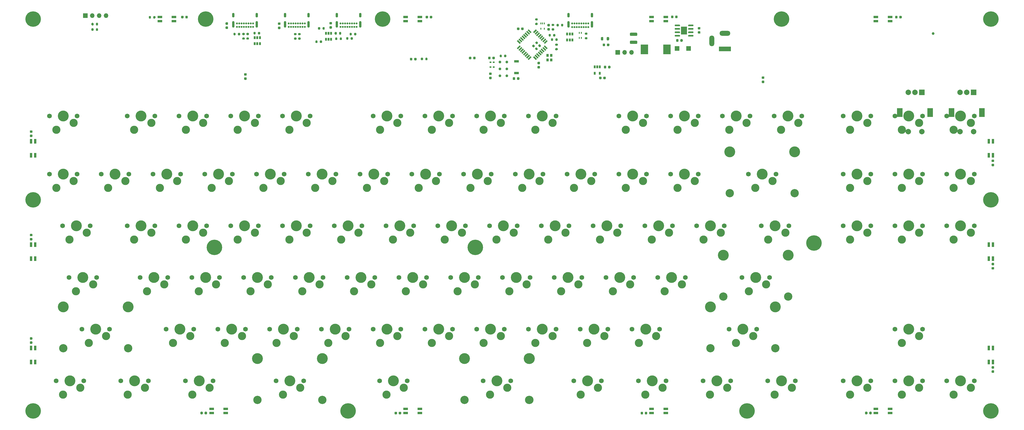
<source format=gbr>
%TF.GenerationSoftware,KiCad,Pcbnew,(5.1.8)-1*%
%TF.CreationDate,2022-08-08T12:33:42+10:00*%
%TF.ProjectId,tkl_keyboard,746b6c5f-6b65-4796-926f-6172642e6b69,rev?*%
%TF.SameCoordinates,Original*%
%TF.FileFunction,Soldermask,Top*%
%TF.FilePolarity,Negative*%
%FSLAX46Y46*%
G04 Gerber Fmt 4.6, Leading zero omitted, Abs format (unit mm)*
G04 Created by KiCad (PCBNEW (5.1.8)-1) date 2022-08-08 12:33:42*
%MOMM*%
%LPD*%
G01*
G04 APERTURE LIST*
%ADD10R,0.820000X1.800000*%
%ADD11R,1.800000X0.820000*%
%ADD12R,0.400000X0.650000*%
%ADD13C,1.000000*%
%ADD14C,5.700000*%
%ADD15R,0.700000X1.000000*%
%ADD16R,2.290000X3.000000*%
%ADD17R,2.700000X3.600000*%
%ADD18O,1.700000X1.700000*%
%ADD19R,1.700000X1.700000*%
%ADD20R,4.400000X1.800000*%
%ADD21O,4.000000X1.800000*%
%ADD22O,1.800000X4.000000*%
%ADD23R,1.800000X1.800000*%
%ADD24O,0.900000X1.700000*%
%ADD25O,0.900000X2.400000*%
%ADD26C,0.700000*%
%ADD27C,3.000000*%
%ADD28C,1.750000*%
%ADD29C,4.000000*%
%ADD30C,3.050000*%
%ADD31R,0.450000X0.750000*%
%ADD32R,1.700000X0.900000*%
%ADD33C,2.000000*%
%ADD34R,2.000000X3.200000*%
%ADD35R,2.000000X2.000000*%
%ADD36R,0.650000X1.060000*%
%ADD37C,0.100000*%
%ADD38R,0.850000X1.000000*%
%ADD39R,0.800000X0.600000*%
G04 APERTURE END LIST*
D10*
%TO.C,D180*%
X21475000Y-104993750D03*
X22975000Y-104993750D03*
X22975000Y-99793750D03*
X21475000Y-99793750D03*
%TD*%
%TO.C,D174*%
X21475000Y-143093750D03*
X22975000Y-143093750D03*
X22975000Y-137893750D03*
X21475000Y-137893750D03*
%TD*%
%TO.C,D167*%
X21475000Y-181193750D03*
X22975000Y-181193750D03*
X22975000Y-175993750D03*
X21475000Y-175993750D03*
%TD*%
D11*
%TO.C,D160*%
X93087500Y-199981250D03*
X93087500Y-198481250D03*
X87887500Y-198481250D03*
X87887500Y-199981250D03*
%TD*%
%TO.C,D31*%
X164525000Y-199981250D03*
X164525000Y-198481250D03*
X159325000Y-198481250D03*
X159325000Y-199981250D03*
%TD*%
%TO.C,D30*%
X332362500Y-54018750D03*
X332362500Y-55518750D03*
X337562500Y-55518750D03*
X337562500Y-54018750D03*
%TD*%
%TO.C,D29*%
X255012500Y-199981250D03*
X255012500Y-198481250D03*
X249812500Y-198481250D03*
X249812500Y-199981250D03*
%TD*%
%TO.C,D28*%
X249812500Y-54018750D03*
X249812500Y-55518750D03*
X255012500Y-55518750D03*
X255012500Y-54018750D03*
%TD*%
%TO.C,D22*%
X337562500Y-199981250D03*
X337562500Y-198481250D03*
X332362500Y-198481250D03*
X332362500Y-199981250D03*
%TD*%
%TO.C,D21*%
X159325000Y-54018750D03*
X159325000Y-55518750D03*
X164525000Y-55518750D03*
X164525000Y-54018750D03*
%TD*%
D10*
%TO.C,D15*%
X375400000Y-175993750D03*
X373900000Y-175993750D03*
X373900000Y-181193750D03*
X375400000Y-181193750D03*
%TD*%
D11*
%TO.C,D14*%
X68837500Y-54018750D03*
X68837500Y-55518750D03*
X74037500Y-55518750D03*
X74037500Y-54018750D03*
%TD*%
D10*
%TO.C,D8*%
X375400000Y-137893750D03*
X373900000Y-137893750D03*
X373900000Y-143093750D03*
X375400000Y-143093750D03*
%TD*%
%TO.C,D2*%
X375400000Y-99793750D03*
X373900000Y-99793750D03*
X373900000Y-104993750D03*
X375400000Y-104993750D03*
%TD*%
D12*
%TO.C,U10*%
X210347080Y-58298080D03*
X209047080Y-58298080D03*
X209697080Y-56398080D03*
X209047080Y-56398080D03*
X210347080Y-56398080D03*
%TD*%
%TO.C,R8*%
G36*
G01*
X207176960Y-56159720D02*
X207726960Y-56159720D01*
G75*
G02*
X207926960Y-56359720I0J-200000D01*
G01*
X207926960Y-56759720D01*
G75*
G02*
X207726960Y-56959720I-200000J0D01*
G01*
X207176960Y-56959720D01*
G75*
G02*
X206976960Y-56759720I0J200000D01*
G01*
X206976960Y-56359720D01*
G75*
G02*
X207176960Y-56159720I200000J0D01*
G01*
G37*
G36*
G01*
X207176960Y-54509720D02*
X207726960Y-54509720D01*
G75*
G02*
X207926960Y-54709720I0J-200000D01*
G01*
X207926960Y-55109720D01*
G75*
G02*
X207726960Y-55309720I-200000J0D01*
G01*
X207176960Y-55309720D01*
G75*
G02*
X206976960Y-55109720I0J200000D01*
G01*
X206976960Y-54709720D01*
G75*
G02*
X207176960Y-54509720I200000J0D01*
G01*
G37*
%TD*%
%TO.C,R46*%
G36*
G01*
X104942960Y-60239320D02*
X104942960Y-59689320D01*
G75*
G02*
X105142960Y-59489320I200000J0D01*
G01*
X105542960Y-59489320D01*
G75*
G02*
X105742960Y-59689320I0J-200000D01*
G01*
X105742960Y-60239320D01*
G75*
G02*
X105542960Y-60439320I-200000J0D01*
G01*
X105142960Y-60439320D01*
G75*
G02*
X104942960Y-60239320I0J200000D01*
G01*
G37*
G36*
G01*
X103292960Y-60239320D02*
X103292960Y-59689320D01*
G75*
G02*
X103492960Y-59489320I200000J0D01*
G01*
X103892960Y-59489320D01*
G75*
G02*
X104092960Y-59689320I0J-200000D01*
G01*
X104092960Y-60239320D01*
G75*
G02*
X103892960Y-60439320I-200000J0D01*
G01*
X103492960Y-60439320D01*
G75*
G02*
X103292960Y-60239320I0J200000D01*
G01*
G37*
%TD*%
%TO.C,R45*%
G36*
G01*
X96727960Y-60034760D02*
X96727960Y-60584760D01*
G75*
G02*
X96527960Y-60784760I-200000J0D01*
G01*
X96127960Y-60784760D01*
G75*
G02*
X95927960Y-60584760I0J200000D01*
G01*
X95927960Y-60034760D01*
G75*
G02*
X96127960Y-59834760I200000J0D01*
G01*
X96527960Y-59834760D01*
G75*
G02*
X96727960Y-60034760I0J-200000D01*
G01*
G37*
G36*
G01*
X98377960Y-60034760D02*
X98377960Y-60584760D01*
G75*
G02*
X98177960Y-60784760I-200000J0D01*
G01*
X97777960Y-60784760D01*
G75*
G02*
X97577960Y-60584760I0J200000D01*
G01*
X97577960Y-60034760D01*
G75*
G02*
X97777960Y-59834760I200000J0D01*
G01*
X98177960Y-59834760D01*
G75*
G02*
X98377960Y-60034760I0J-200000D01*
G01*
G37*
%TD*%
%TO.C,R44*%
G36*
G01*
X126877760Y-62869400D02*
X126877760Y-63419400D01*
G75*
G02*
X126677760Y-63619400I-200000J0D01*
G01*
X126277760Y-63619400D01*
G75*
G02*
X126077760Y-63419400I0J200000D01*
G01*
X126077760Y-62869400D01*
G75*
G02*
X126277760Y-62669400I200000J0D01*
G01*
X126677760Y-62669400D01*
G75*
G02*
X126877760Y-62869400I0J-200000D01*
G01*
G37*
G36*
G01*
X128527760Y-62869400D02*
X128527760Y-63419400D01*
G75*
G02*
X128327760Y-63619400I-200000J0D01*
G01*
X127927760Y-63619400D01*
G75*
G02*
X127727760Y-63419400I0J200000D01*
G01*
X127727760Y-62869400D01*
G75*
G02*
X127927760Y-62669400I200000J0D01*
G01*
X128327760Y-62669400D01*
G75*
G02*
X128527760Y-62869400I0J-200000D01*
G01*
G37*
%TD*%
%TO.C,R43*%
G36*
G01*
X127868360Y-57931640D02*
X127868360Y-58481640D01*
G75*
G02*
X127668360Y-58681640I-200000J0D01*
G01*
X127268360Y-58681640D01*
G75*
G02*
X127068360Y-58481640I0J200000D01*
G01*
X127068360Y-57931640D01*
G75*
G02*
X127268360Y-57731640I200000J0D01*
G01*
X127668360Y-57731640D01*
G75*
G02*
X127868360Y-57931640I0J-200000D01*
G01*
G37*
G36*
G01*
X129518360Y-57931640D02*
X129518360Y-58481640D01*
G75*
G02*
X129318360Y-58681640I-200000J0D01*
G01*
X128918360Y-58681640D01*
G75*
G02*
X128718360Y-58481640I0J200000D01*
G01*
X128718360Y-57931640D01*
G75*
G02*
X128918360Y-57731640I200000J0D01*
G01*
X129318360Y-57731640D01*
G75*
G02*
X129518360Y-57931640I0J-200000D01*
G01*
G37*
%TD*%
%TO.C,R42*%
G36*
G01*
X214548040Y-65471360D02*
X215098040Y-65471360D01*
G75*
G02*
X215298040Y-65671360I0J-200000D01*
G01*
X215298040Y-66071360D01*
G75*
G02*
X215098040Y-66271360I-200000J0D01*
G01*
X214548040Y-66271360D01*
G75*
G02*
X214348040Y-66071360I0J200000D01*
G01*
X214348040Y-65671360D01*
G75*
G02*
X214548040Y-65471360I200000J0D01*
G01*
G37*
G36*
G01*
X214548040Y-63821360D02*
X215098040Y-63821360D01*
G75*
G02*
X215298040Y-64021360I0J-200000D01*
G01*
X215298040Y-64421360D01*
G75*
G02*
X215098040Y-64621360I-200000J0D01*
G01*
X214548040Y-64621360D01*
G75*
G02*
X214348040Y-64421360I0J200000D01*
G01*
X214348040Y-64021360D01*
G75*
G02*
X214548040Y-63821360I200000J0D01*
G01*
G37*
%TD*%
%TO.C,R41*%
G36*
G01*
X134813360Y-60295200D02*
X134813360Y-59745200D01*
G75*
G02*
X135013360Y-59545200I200000J0D01*
G01*
X135413360Y-59545200D01*
G75*
G02*
X135613360Y-59745200I0J-200000D01*
G01*
X135613360Y-60295200D01*
G75*
G02*
X135413360Y-60495200I-200000J0D01*
G01*
X135013360Y-60495200D01*
G75*
G02*
X134813360Y-60295200I0J200000D01*
G01*
G37*
G36*
G01*
X133163360Y-60295200D02*
X133163360Y-59745200D01*
G75*
G02*
X133363360Y-59545200I200000J0D01*
G01*
X133763360Y-59545200D01*
G75*
G02*
X133963360Y-59745200I0J-200000D01*
G01*
X133963360Y-60295200D01*
G75*
G02*
X133763360Y-60495200I-200000J0D01*
G01*
X133363360Y-60495200D01*
G75*
G02*
X133163360Y-60295200I0J200000D01*
G01*
G37*
%TD*%
%TO.C,R40*%
G36*
G01*
X135031800Y-62317040D02*
X135031800Y-61767040D01*
G75*
G02*
X135231800Y-61567040I200000J0D01*
G01*
X135631800Y-61567040D01*
G75*
G02*
X135831800Y-61767040I0J-200000D01*
G01*
X135831800Y-62317040D01*
G75*
G02*
X135631800Y-62517040I-200000J0D01*
G01*
X135231800Y-62517040D01*
G75*
G02*
X135031800Y-62317040I0J200000D01*
G01*
G37*
G36*
G01*
X133381800Y-62317040D02*
X133381800Y-61767040D01*
G75*
G02*
X133581800Y-61567040I200000J0D01*
G01*
X133981800Y-61567040D01*
G75*
G02*
X134181800Y-61767040I0J-200000D01*
G01*
X134181800Y-62317040D01*
G75*
G02*
X133981800Y-62517040I-200000J0D01*
G01*
X133581800Y-62517040D01*
G75*
G02*
X133381800Y-62317040I0J200000D01*
G01*
G37*
%TD*%
%TO.C,C124*%
G36*
G01*
X100580000Y-75621000D02*
X100080000Y-75621000D01*
G75*
G02*
X99855000Y-75396000I0J225000D01*
G01*
X99855000Y-74946000D01*
G75*
G02*
X100080000Y-74721000I225000J0D01*
G01*
X100580000Y-74721000D01*
G75*
G02*
X100805000Y-74946000I0J-225000D01*
G01*
X100805000Y-75396000D01*
G75*
G02*
X100580000Y-75621000I-225000J0D01*
G01*
G37*
G36*
G01*
X100580000Y-77171000D02*
X100080000Y-77171000D01*
G75*
G02*
X99855000Y-76946000I0J225000D01*
G01*
X99855000Y-76496000D01*
G75*
G02*
X100080000Y-76271000I225000J0D01*
G01*
X100580000Y-76271000D01*
G75*
G02*
X100805000Y-76496000I0J-225000D01*
G01*
X100805000Y-76946000D01*
G75*
G02*
X100580000Y-77171000I-225000J0D01*
G01*
G37*
%TD*%
%TO.C,C123*%
G36*
G01*
X290580000Y-77460000D02*
X291080000Y-77460000D01*
G75*
G02*
X291305000Y-77685000I0J-225000D01*
G01*
X291305000Y-78135000D01*
G75*
G02*
X291080000Y-78360000I-225000J0D01*
G01*
X290580000Y-78360000D01*
G75*
G02*
X290355000Y-78135000I0J225000D01*
G01*
X290355000Y-77685000D01*
G75*
G02*
X290580000Y-77460000I225000J0D01*
G01*
G37*
G36*
G01*
X290580000Y-75910000D02*
X291080000Y-75910000D01*
G75*
G02*
X291305000Y-76135000I0J-225000D01*
G01*
X291305000Y-76585000D01*
G75*
G02*
X291080000Y-76810000I-225000J0D01*
G01*
X290580000Y-76810000D01*
G75*
G02*
X290355000Y-76585000I0J225000D01*
G01*
X290355000Y-76135000D01*
G75*
G02*
X290580000Y-75910000I225000J0D01*
G01*
G37*
%TD*%
%TO.C,C122*%
G36*
G01*
X246677000Y-199775000D02*
X246677000Y-200275000D01*
G75*
G02*
X246452000Y-200500000I-225000J0D01*
G01*
X246002000Y-200500000D01*
G75*
G02*
X245777000Y-200275000I0J225000D01*
G01*
X245777000Y-199775000D01*
G75*
G02*
X246002000Y-199550000I225000J0D01*
G01*
X246452000Y-199550000D01*
G75*
G02*
X246677000Y-199775000I0J-225000D01*
G01*
G37*
G36*
G01*
X248227000Y-199775000D02*
X248227000Y-200275000D01*
G75*
G02*
X248002000Y-200500000I-225000J0D01*
G01*
X247552000Y-200500000D01*
G75*
G02*
X247327000Y-200275000I0J225000D01*
G01*
X247327000Y-199775000D01*
G75*
G02*
X247552000Y-199550000I225000J0D01*
G01*
X248002000Y-199550000D01*
G75*
G02*
X248227000Y-199775000I0J-225000D01*
G01*
G37*
%TD*%
%TO.C,R15*%
G36*
G01*
X119907640Y-59926000D02*
X120457640Y-59926000D01*
G75*
G02*
X120657640Y-60126000I0J-200000D01*
G01*
X120657640Y-60526000D01*
G75*
G02*
X120457640Y-60726000I-200000J0D01*
G01*
X119907640Y-60726000D01*
G75*
G02*
X119707640Y-60526000I0J200000D01*
G01*
X119707640Y-60126000D01*
G75*
G02*
X119907640Y-59926000I200000J0D01*
G01*
G37*
G36*
G01*
X119907640Y-61576000D02*
X120457640Y-61576000D01*
G75*
G02*
X120657640Y-61776000I0J-200000D01*
G01*
X120657640Y-62176000D01*
G75*
G02*
X120457640Y-62376000I-200000J0D01*
G01*
X119907640Y-62376000D01*
G75*
G02*
X119707640Y-62176000I0J200000D01*
G01*
X119707640Y-61776000D01*
G75*
G02*
X119907640Y-61576000I200000J0D01*
G01*
G37*
%TD*%
%TO.C,R3*%
G36*
G01*
X165687800Y-69204800D02*
X165687800Y-69754800D01*
G75*
G02*
X165487800Y-69954800I-200000J0D01*
G01*
X165087800Y-69954800D01*
G75*
G02*
X164887800Y-69754800I0J200000D01*
G01*
X164887800Y-69204800D01*
G75*
G02*
X165087800Y-69004800I200000J0D01*
G01*
X165487800Y-69004800D01*
G75*
G02*
X165687800Y-69204800I0J-200000D01*
G01*
G37*
G36*
G01*
X167337800Y-69204800D02*
X167337800Y-69754800D01*
G75*
G02*
X167137800Y-69954800I-200000J0D01*
G01*
X166737800Y-69954800D01*
G75*
G02*
X166537800Y-69754800I0J200000D01*
G01*
X166537800Y-69204800D01*
G75*
G02*
X166737800Y-69004800I200000J0D01*
G01*
X167137800Y-69004800D01*
G75*
G02*
X167337800Y-69204800I0J-200000D01*
G01*
G37*
%TD*%
%TO.C,D194*%
G36*
G01*
X161752800Y-69263550D02*
X161752800Y-69776050D01*
G75*
G02*
X161534050Y-69994800I-218750J0D01*
G01*
X161096550Y-69994800D01*
G75*
G02*
X160877800Y-69776050I0J218750D01*
G01*
X160877800Y-69263550D01*
G75*
G02*
X161096550Y-69044800I218750J0D01*
G01*
X161534050Y-69044800D01*
G75*
G02*
X161752800Y-69263550I0J-218750D01*
G01*
G37*
G36*
G01*
X163327800Y-69263550D02*
X163327800Y-69776050D01*
G75*
G02*
X163109050Y-69994800I-218750J0D01*
G01*
X162671550Y-69994800D01*
G75*
G02*
X162452800Y-69776050I0J218750D01*
G01*
X162452800Y-69263550D01*
G75*
G02*
X162671550Y-69044800I218750J0D01*
G01*
X163109050Y-69044800D01*
G75*
G02*
X163327800Y-69263550I0J-218750D01*
G01*
G37*
%TD*%
D13*
%TO.C,TP2*%
X353415600Y-60121800D03*
%TD*%
D14*
%TO.C,H14*%
X150812500Y-54768750D03*
%TD*%
%TO.C,H13*%
X85725000Y-54768750D03*
%TD*%
D15*
%TO.C,U9*%
X230759000Y-74777300D03*
X228859000Y-74777300D03*
X228859000Y-72377300D03*
X229809000Y-72377300D03*
X230759000Y-72377300D03*
%TD*%
D16*
%TO.C,U2*%
X261772400Y-59019440D03*
G36*
G01*
X260272400Y-60774440D02*
X260272400Y-61074440D01*
G75*
G02*
X260122400Y-61224440I-150000J0D01*
G01*
X258472400Y-61224440D01*
G75*
G02*
X258322400Y-61074440I0J150000D01*
G01*
X258322400Y-60774440D01*
G75*
G02*
X258472400Y-60624440I150000J0D01*
G01*
X260122400Y-60624440D01*
G75*
G02*
X260272400Y-60774440I0J-150000D01*
G01*
G37*
G36*
G01*
X260272400Y-59504440D02*
X260272400Y-59804440D01*
G75*
G02*
X260122400Y-59954440I-150000J0D01*
G01*
X258472400Y-59954440D01*
G75*
G02*
X258322400Y-59804440I0J150000D01*
G01*
X258322400Y-59504440D01*
G75*
G02*
X258472400Y-59354440I150000J0D01*
G01*
X260122400Y-59354440D01*
G75*
G02*
X260272400Y-59504440I0J-150000D01*
G01*
G37*
G36*
G01*
X260272400Y-58234440D02*
X260272400Y-58534440D01*
G75*
G02*
X260122400Y-58684440I-150000J0D01*
G01*
X258472400Y-58684440D01*
G75*
G02*
X258322400Y-58534440I0J150000D01*
G01*
X258322400Y-58234440D01*
G75*
G02*
X258472400Y-58084440I150000J0D01*
G01*
X260122400Y-58084440D01*
G75*
G02*
X260272400Y-58234440I0J-150000D01*
G01*
G37*
G36*
G01*
X260272400Y-56964440D02*
X260272400Y-57264440D01*
G75*
G02*
X260122400Y-57414440I-150000J0D01*
G01*
X258472400Y-57414440D01*
G75*
G02*
X258322400Y-57264440I0J150000D01*
G01*
X258322400Y-56964440D01*
G75*
G02*
X258472400Y-56814440I150000J0D01*
G01*
X260122400Y-56814440D01*
G75*
G02*
X260272400Y-56964440I0J-150000D01*
G01*
G37*
G36*
G01*
X265222400Y-56964440D02*
X265222400Y-57264440D01*
G75*
G02*
X265072400Y-57414440I-150000J0D01*
G01*
X263422400Y-57414440D01*
G75*
G02*
X263272400Y-57264440I0J150000D01*
G01*
X263272400Y-56964440D01*
G75*
G02*
X263422400Y-56814440I150000J0D01*
G01*
X265072400Y-56814440D01*
G75*
G02*
X265222400Y-56964440I0J-150000D01*
G01*
G37*
G36*
G01*
X265222400Y-58234440D02*
X265222400Y-58534440D01*
G75*
G02*
X265072400Y-58684440I-150000J0D01*
G01*
X263422400Y-58684440D01*
G75*
G02*
X263272400Y-58534440I0J150000D01*
G01*
X263272400Y-58234440D01*
G75*
G02*
X263422400Y-58084440I150000J0D01*
G01*
X265072400Y-58084440D01*
G75*
G02*
X265222400Y-58234440I0J-150000D01*
G01*
G37*
G36*
G01*
X265222400Y-59504440D02*
X265222400Y-59804440D01*
G75*
G02*
X265072400Y-59954440I-150000J0D01*
G01*
X263422400Y-59954440D01*
G75*
G02*
X263272400Y-59804440I0J150000D01*
G01*
X263272400Y-59504440D01*
G75*
G02*
X263422400Y-59354440I150000J0D01*
G01*
X265072400Y-59354440D01*
G75*
G02*
X265222400Y-59504440I0J-150000D01*
G01*
G37*
G36*
G01*
X265222400Y-60774440D02*
X265222400Y-61074440D01*
G75*
G02*
X265072400Y-61224440I-150000J0D01*
G01*
X263422400Y-61224440D01*
G75*
G02*
X263272400Y-61074440I0J150000D01*
G01*
X263272400Y-60774440D01*
G75*
G02*
X263422400Y-60624440I150000J0D01*
G01*
X265072400Y-60624440D01*
G75*
G02*
X265222400Y-60774440I0J-150000D01*
G01*
G37*
%TD*%
D17*
%TO.C,L2*%
X247183000Y-65928240D03*
X255483000Y-65928240D03*
%TD*%
D18*
%TO.C,J8*%
X242402360Y-67020440D03*
X239862360Y-67020440D03*
D19*
X237322360Y-67020440D03*
%TD*%
D20*
%TO.C,J7*%
X276763480Y-65780920D03*
D21*
X276763480Y-59980920D03*
D22*
X271963480Y-62780920D03*
%TD*%
D14*
%TO.C,H12*%
X284937200Y-199231250D03*
%TD*%
%TO.C,H11*%
X374650000Y-121443750D03*
%TD*%
%TO.C,H10*%
X138112500Y-199231250D03*
%TD*%
%TO.C,H9*%
X22225000Y-121443750D03*
%TD*%
%TO.C,H8*%
X309562500Y-137318750D03*
%TD*%
%TO.C,H7*%
X184943750Y-138906250D03*
%TD*%
%TO.C,H6*%
X297656250Y-54768750D03*
%TD*%
%TO.C,H5*%
X88900000Y-138906250D03*
%TD*%
D23*
%TO.C,D1*%
X263410700Y-65572640D03*
X259210700Y-65572640D03*
%TD*%
%TO.C,C121*%
G36*
G01*
X244284681Y-60954080D02*
X242084679Y-60954080D01*
G75*
G02*
X241834680Y-60704081I0J249999D01*
G01*
X241834680Y-60054079D01*
G75*
G02*
X242084679Y-59804080I249999J0D01*
G01*
X244284681Y-59804080D01*
G75*
G02*
X244534680Y-60054079I0J-249999D01*
G01*
X244534680Y-60704081D01*
G75*
G02*
X244284681Y-60954080I-249999J0D01*
G01*
G37*
G36*
G01*
X244284681Y-63904080D02*
X242084679Y-63904080D01*
G75*
G02*
X241834680Y-63654081I0J249999D01*
G01*
X241834680Y-63004079D01*
G75*
G02*
X242084679Y-62754080I249999J0D01*
G01*
X244284681Y-62754080D01*
G75*
G02*
X244534680Y-63004079I0J-249999D01*
G01*
X244534680Y-63654081D01*
G75*
G02*
X244284681Y-63904080I-249999J0D01*
G01*
G37*
%TD*%
%TO.C,C120*%
G36*
G01*
X232049200Y-76724320D02*
X232049200Y-76224320D01*
G75*
G02*
X232274200Y-75999320I225000J0D01*
G01*
X232724200Y-75999320D01*
G75*
G02*
X232949200Y-76224320I0J-225000D01*
G01*
X232949200Y-76724320D01*
G75*
G02*
X232724200Y-76949320I-225000J0D01*
G01*
X232274200Y-76949320D01*
G75*
G02*
X232049200Y-76724320I0J225000D01*
G01*
G37*
G36*
G01*
X230499200Y-76724320D02*
X230499200Y-76224320D01*
G75*
G02*
X230724200Y-75999320I225000J0D01*
G01*
X231174200Y-75999320D01*
G75*
G02*
X231399200Y-76224320I0J-225000D01*
G01*
X231399200Y-76724320D01*
G75*
G02*
X231174200Y-76949320I-225000J0D01*
G01*
X230724200Y-76949320D01*
G75*
G02*
X230499200Y-76724320I0J225000D01*
G01*
G37*
%TD*%
%TO.C,C119*%
G36*
G01*
X259733200Y-62401640D02*
X259733200Y-62901640D01*
G75*
G02*
X259508200Y-63126640I-225000J0D01*
G01*
X259058200Y-63126640D01*
G75*
G02*
X258833200Y-62901640I0J225000D01*
G01*
X258833200Y-62401640D01*
G75*
G02*
X259058200Y-62176640I225000J0D01*
G01*
X259508200Y-62176640D01*
G75*
G02*
X259733200Y-62401640I0J-225000D01*
G01*
G37*
G36*
G01*
X261283200Y-62401640D02*
X261283200Y-62901640D01*
G75*
G02*
X261058200Y-63126640I-225000J0D01*
G01*
X260608200Y-63126640D01*
G75*
G02*
X260383200Y-62901640I0J225000D01*
G01*
X260383200Y-62401640D01*
G75*
G02*
X260608200Y-62176640I225000J0D01*
G01*
X261058200Y-62176640D01*
G75*
G02*
X261283200Y-62401640I0J-225000D01*
G01*
G37*
%TD*%
%TO.C,C5*%
G36*
G01*
X233791640Y-72726360D02*
X233791640Y-72226360D01*
G75*
G02*
X234016640Y-72001360I225000J0D01*
G01*
X234466640Y-72001360D01*
G75*
G02*
X234691640Y-72226360I0J-225000D01*
G01*
X234691640Y-72726360D01*
G75*
G02*
X234466640Y-72951360I-225000J0D01*
G01*
X234016640Y-72951360D01*
G75*
G02*
X233791640Y-72726360I0J225000D01*
G01*
G37*
G36*
G01*
X232241640Y-72726360D02*
X232241640Y-72226360D01*
G75*
G02*
X232466640Y-72001360I225000J0D01*
G01*
X232916640Y-72001360D01*
G75*
G02*
X233141640Y-72226360I0J-225000D01*
G01*
X233141640Y-72726360D01*
G75*
G02*
X232916640Y-72951360I-225000J0D01*
G01*
X232466640Y-72951360D01*
G75*
G02*
X232241640Y-72726360I0J225000D01*
G01*
G37*
%TD*%
%TO.C,C4*%
G36*
G01*
X267559600Y-58595080D02*
X267059600Y-58595080D01*
G75*
G02*
X266834600Y-58370080I0J225000D01*
G01*
X266834600Y-57920080D01*
G75*
G02*
X267059600Y-57695080I225000J0D01*
G01*
X267559600Y-57695080D01*
G75*
G02*
X267784600Y-57920080I0J-225000D01*
G01*
X267784600Y-58370080D01*
G75*
G02*
X267559600Y-58595080I-225000J0D01*
G01*
G37*
G36*
G01*
X267559600Y-60145080D02*
X267059600Y-60145080D01*
G75*
G02*
X266834600Y-59920080I0J225000D01*
G01*
X266834600Y-59470080D01*
G75*
G02*
X267059600Y-59245080I225000J0D01*
G01*
X267559600Y-59245080D01*
G75*
G02*
X267784600Y-59470080I0J-225000D01*
G01*
X267784600Y-59920080D01*
G75*
G02*
X267559600Y-60145080I-225000J0D01*
G01*
G37*
%TD*%
D13*
%TO.C,J5*%
X194030600Y-70637400D03*
X196570600Y-70637400D03*
X194030600Y-73177400D03*
X196570600Y-73177400D03*
X194030600Y-75717400D03*
X196570600Y-75717400D03*
%TD*%
D18*
%TO.C,J6*%
X44002960Y-53467000D03*
D19*
X41462960Y-53467000D03*
D18*
X49082960Y-53467000D03*
X46542960Y-53467000D03*
%TD*%
D24*
%TO.C,J2*%
X133987500Y-53329750D03*
X142637500Y-53329750D03*
D25*
X133987500Y-56709750D03*
X142637500Y-56709750D03*
D26*
X137887500Y-56339750D03*
X135337500Y-56339750D03*
X136187500Y-56339750D03*
X137037500Y-56339750D03*
X141287500Y-56339750D03*
X139587500Y-56339750D03*
X138737500Y-56339750D03*
X140437500Y-56339750D03*
X135337500Y-57689750D03*
X136187500Y-57689750D03*
X137037500Y-57689750D03*
X137887500Y-57689750D03*
X138737500Y-57689750D03*
X139587500Y-57689750D03*
X140437500Y-57689750D03*
X141287500Y-57689750D03*
%TD*%
D27*
%TO.C,SW93*%
X322897500Y-136048750D03*
X329247500Y-133508750D03*
D28*
X320357500Y-130968750D03*
X330517500Y-130968750D03*
D29*
X325437500Y-130968750D03*
%TD*%
D30*
%TO.C,SW74*%
X271430750Y-176068750D03*
D29*
X271430750Y-160828750D03*
X295306750Y-160828750D03*
D30*
X295306750Y-176068750D03*
D27*
X280828750Y-174148750D03*
X287178750Y-171608750D03*
D28*
X278288750Y-169068750D03*
X288448750Y-169068750D03*
D29*
X283368750Y-169068750D03*
%TD*%
%TO.C,C3*%
G36*
G01*
X234262080Y-64022160D02*
X234262080Y-64522160D01*
G75*
G02*
X234037080Y-64747160I-225000J0D01*
G01*
X233587080Y-64747160D01*
G75*
G02*
X233362080Y-64522160I0J225000D01*
G01*
X233362080Y-64022160D01*
G75*
G02*
X233587080Y-63797160I225000J0D01*
G01*
X234037080Y-63797160D01*
G75*
G02*
X234262080Y-64022160I0J-225000D01*
G01*
G37*
G36*
G01*
X232712080Y-64022160D02*
X232712080Y-64522160D01*
G75*
G02*
X232487080Y-64747160I-225000J0D01*
G01*
X232037080Y-64747160D01*
G75*
G02*
X231812080Y-64522160I0J225000D01*
G01*
X231812080Y-64022160D01*
G75*
G02*
X232037080Y-63797160I225000J0D01*
G01*
X232487080Y-63797160D01*
G75*
G02*
X232712080Y-64022160I0J-225000D01*
G01*
G37*
%TD*%
%TO.C,C6*%
G36*
G01*
X211687600Y-58097000D02*
X212187600Y-58097000D01*
G75*
G02*
X212412600Y-58322000I0J-225000D01*
G01*
X212412600Y-58772000D01*
G75*
G02*
X212187600Y-58997000I-225000J0D01*
G01*
X211687600Y-58997000D01*
G75*
G02*
X211462600Y-58772000I0J225000D01*
G01*
X211462600Y-58322000D01*
G75*
G02*
X211687600Y-58097000I225000J0D01*
G01*
G37*
G36*
G01*
X211687600Y-56547000D02*
X212187600Y-56547000D01*
G75*
G02*
X212412600Y-56772000I0J-225000D01*
G01*
X212412600Y-57222000D01*
G75*
G02*
X212187600Y-57447000I-225000J0D01*
G01*
X211687600Y-57447000D01*
G75*
G02*
X211462600Y-57222000I0J225000D01*
G01*
X211462600Y-56772000D01*
G75*
G02*
X211687600Y-56547000I225000J0D01*
G01*
G37*
%TD*%
%TO.C,C7*%
G36*
G01*
X208037620Y-70532240D02*
X208537620Y-70532240D01*
G75*
G02*
X208762620Y-70757240I0J-225000D01*
G01*
X208762620Y-71207240D01*
G75*
G02*
X208537620Y-71432240I-225000J0D01*
G01*
X208037620Y-71432240D01*
G75*
G02*
X207812620Y-71207240I0J225000D01*
G01*
X207812620Y-70757240D01*
G75*
G02*
X208037620Y-70532240I225000J0D01*
G01*
G37*
G36*
G01*
X208037620Y-72082240D02*
X208537620Y-72082240D01*
G75*
G02*
X208762620Y-72307240I0J-225000D01*
G01*
X208762620Y-72757240D01*
G75*
G02*
X208537620Y-72982240I-225000J0D01*
G01*
X208037620Y-72982240D01*
G75*
G02*
X207812620Y-72757240I0J225000D01*
G01*
X207812620Y-72307240D01*
G75*
G02*
X208037620Y-72082240I225000J0D01*
G01*
G37*
%TD*%
%TO.C,C8*%
G36*
G01*
X201178280Y-58098880D02*
X201178280Y-58598880D01*
G75*
G02*
X200953280Y-58823880I-225000J0D01*
G01*
X200503280Y-58823880D01*
G75*
G02*
X200278280Y-58598880I0J225000D01*
G01*
X200278280Y-58098880D01*
G75*
G02*
X200503280Y-57873880I225000J0D01*
G01*
X200953280Y-57873880D01*
G75*
G02*
X201178280Y-58098880I0J-225000D01*
G01*
G37*
G36*
G01*
X202728280Y-58098880D02*
X202728280Y-58598880D01*
G75*
G02*
X202503280Y-58823880I-225000J0D01*
G01*
X202053280Y-58823880D01*
G75*
G02*
X201828280Y-58598880I0J225000D01*
G01*
X201828280Y-58098880D01*
G75*
G02*
X202053280Y-57873880I225000J0D01*
G01*
X202503280Y-57873880D01*
G75*
G02*
X202728280Y-58098880I0J-225000D01*
G01*
G37*
%TD*%
%TO.C,C23*%
G36*
G01*
X329270180Y-199726740D02*
X329270180Y-200226740D01*
G75*
G02*
X329045180Y-200451740I-225000J0D01*
G01*
X328595180Y-200451740D01*
G75*
G02*
X328370180Y-200226740I0J225000D01*
G01*
X328370180Y-199726740D01*
G75*
G02*
X328595180Y-199501740I225000J0D01*
G01*
X329045180Y-199501740D01*
G75*
G02*
X329270180Y-199726740I0J-225000D01*
G01*
G37*
G36*
G01*
X330820180Y-199726740D02*
X330820180Y-200226740D01*
G75*
G02*
X330595180Y-200451740I-225000J0D01*
G01*
X330145180Y-200451740D01*
G75*
G02*
X329920180Y-200226740I0J225000D01*
G01*
X329920180Y-199726740D01*
G75*
G02*
X330145180Y-199501740I225000J0D01*
G01*
X330595180Y-199501740D01*
G75*
G02*
X330820180Y-199726740I0J-225000D01*
G01*
G37*
%TD*%
%TO.C,C25*%
G36*
G01*
X375156920Y-108115280D02*
X375656920Y-108115280D01*
G75*
G02*
X375881920Y-108340280I0J-225000D01*
G01*
X375881920Y-108790280D01*
G75*
G02*
X375656920Y-109015280I-225000J0D01*
G01*
X375156920Y-109015280D01*
G75*
G02*
X374931920Y-108790280I0J225000D01*
G01*
X374931920Y-108340280D01*
G75*
G02*
X375156920Y-108115280I225000J0D01*
G01*
G37*
G36*
G01*
X375156920Y-106565280D02*
X375656920Y-106565280D01*
G75*
G02*
X375881920Y-106790280I0J-225000D01*
G01*
X375881920Y-107240280D01*
G75*
G02*
X375656920Y-107465280I-225000J0D01*
G01*
X375156920Y-107465280D01*
G75*
G02*
X374931920Y-107240280I0J225000D01*
G01*
X374931920Y-106790280D01*
G75*
G02*
X375156920Y-106565280I225000J0D01*
G01*
G37*
%TD*%
%TO.C,C31*%
G36*
G01*
X339427400Y-54301200D02*
X339427400Y-53801200D01*
G75*
G02*
X339652400Y-53576200I225000J0D01*
G01*
X340102400Y-53576200D01*
G75*
G02*
X340327400Y-53801200I0J-225000D01*
G01*
X340327400Y-54301200D01*
G75*
G02*
X340102400Y-54526200I-225000J0D01*
G01*
X339652400Y-54526200D01*
G75*
G02*
X339427400Y-54301200I0J225000D01*
G01*
G37*
G36*
G01*
X340977400Y-54301200D02*
X340977400Y-53801200D01*
G75*
G02*
X341202400Y-53576200I225000J0D01*
G01*
X341652400Y-53576200D01*
G75*
G02*
X341877400Y-53801200I0J-225000D01*
G01*
X341877400Y-54301200D01*
G75*
G02*
X341652400Y-54526200I-225000J0D01*
G01*
X341202400Y-54526200D01*
G75*
G02*
X340977400Y-54301200I0J225000D01*
G01*
G37*
%TD*%
%TO.C,C32*%
G36*
G01*
X21720620Y-174485720D02*
X21220620Y-174485720D01*
G75*
G02*
X20995620Y-174260720I0J225000D01*
G01*
X20995620Y-173810720D01*
G75*
G02*
X21220620Y-173585720I225000J0D01*
G01*
X21720620Y-173585720D01*
G75*
G02*
X21945620Y-173810720I0J-225000D01*
G01*
X21945620Y-174260720D01*
G75*
G02*
X21720620Y-174485720I-225000J0D01*
G01*
G37*
G36*
G01*
X21720620Y-172935720D02*
X21220620Y-172935720D01*
G75*
G02*
X20995620Y-172710720I0J225000D01*
G01*
X20995620Y-172260720D01*
G75*
G02*
X21220620Y-172035720I225000J0D01*
G01*
X21720620Y-172035720D01*
G75*
G02*
X21945620Y-172260720I0J-225000D01*
G01*
X21945620Y-172710720D01*
G75*
G02*
X21720620Y-172935720I-225000J0D01*
G01*
G37*
%TD*%
%TO.C,C39*%
G36*
G01*
X86213100Y-199731820D02*
X86213100Y-200231820D01*
G75*
G02*
X85988100Y-200456820I-225000J0D01*
G01*
X85538100Y-200456820D01*
G75*
G02*
X85313100Y-200231820I0J225000D01*
G01*
X85313100Y-199731820D01*
G75*
G02*
X85538100Y-199506820I225000J0D01*
G01*
X85988100Y-199506820D01*
G75*
G02*
X86213100Y-199731820I0J-225000D01*
G01*
G37*
G36*
G01*
X84663100Y-199731820D02*
X84663100Y-200231820D01*
G75*
G02*
X84438100Y-200456820I-225000J0D01*
G01*
X83988100Y-200456820D01*
G75*
G02*
X83763100Y-200231820I0J225000D01*
G01*
X83763100Y-199731820D01*
G75*
G02*
X83988100Y-199506820I225000J0D01*
G01*
X84438100Y-199506820D01*
G75*
G02*
X84663100Y-199731820I0J-225000D01*
G01*
G37*
%TD*%
%TO.C,C42*%
G36*
G01*
X190568400Y-68863400D02*
X190568400Y-69363400D01*
G75*
G02*
X190343400Y-69588400I-225000J0D01*
G01*
X189893400Y-69588400D01*
G75*
G02*
X189668400Y-69363400I0J225000D01*
G01*
X189668400Y-68863400D01*
G75*
G02*
X189893400Y-68638400I225000J0D01*
G01*
X190343400Y-68638400D01*
G75*
G02*
X190568400Y-68863400I0J-225000D01*
G01*
G37*
G36*
G01*
X192118400Y-68863400D02*
X192118400Y-69363400D01*
G75*
G02*
X191893400Y-69588400I-225000J0D01*
G01*
X191443400Y-69588400D01*
G75*
G02*
X191218400Y-69363400I0J225000D01*
G01*
X191218400Y-68863400D01*
G75*
G02*
X191443400Y-68638400I225000J0D01*
G01*
X191893400Y-68638400D01*
G75*
G02*
X192118400Y-68863400I0J-225000D01*
G01*
G37*
%TD*%
%TO.C,C44*%
G36*
G01*
X190740000Y-76930000D02*
X190240000Y-76930000D01*
G75*
G02*
X190015000Y-76705000I0J225000D01*
G01*
X190015000Y-76255000D01*
G75*
G02*
X190240000Y-76030000I225000J0D01*
G01*
X190740000Y-76030000D01*
G75*
G02*
X190965000Y-76255000I0J-225000D01*
G01*
X190965000Y-76705000D01*
G75*
G02*
X190740000Y-76930000I-225000J0D01*
G01*
G37*
G36*
G01*
X190740000Y-75380000D02*
X190240000Y-75380000D01*
G75*
G02*
X190015000Y-75155000I0J225000D01*
G01*
X190015000Y-74705000D01*
G75*
G02*
X190240000Y-74480000I225000J0D01*
G01*
X190740000Y-74480000D01*
G75*
G02*
X190965000Y-74705000I0J-225000D01*
G01*
X190965000Y-75155000D01*
G75*
G02*
X190740000Y-75380000I-225000J0D01*
G01*
G37*
%TD*%
%TO.C,C45*%
G36*
G01*
X183494500Y-68876100D02*
X183494500Y-69376100D01*
G75*
G02*
X183269500Y-69601100I-225000J0D01*
G01*
X182819500Y-69601100D01*
G75*
G02*
X182594500Y-69376100I0J225000D01*
G01*
X182594500Y-68876100D01*
G75*
G02*
X182819500Y-68651100I225000J0D01*
G01*
X183269500Y-68651100D01*
G75*
G02*
X183494500Y-68876100I0J-225000D01*
G01*
G37*
G36*
G01*
X185044500Y-68876100D02*
X185044500Y-69376100D01*
G75*
G02*
X184819500Y-69601100I-225000J0D01*
G01*
X184369500Y-69601100D01*
G75*
G02*
X184144500Y-69376100I0J225000D01*
G01*
X184144500Y-68876100D01*
G75*
G02*
X184369500Y-68651100I225000J0D01*
G01*
X184819500Y-68651100D01*
G75*
G02*
X185044500Y-68876100I0J-225000D01*
G01*
G37*
%TD*%
%TO.C,C46*%
G36*
G01*
X200273500Y-76947840D02*
X200273500Y-76447840D01*
G75*
G02*
X200498500Y-76222840I225000J0D01*
G01*
X200948500Y-76222840D01*
G75*
G02*
X201173500Y-76447840I0J-225000D01*
G01*
X201173500Y-76947840D01*
G75*
G02*
X200948500Y-77172840I-225000J0D01*
G01*
X200498500Y-77172840D01*
G75*
G02*
X200273500Y-76947840I0J225000D01*
G01*
G37*
G36*
G01*
X198723500Y-76947840D02*
X198723500Y-76447840D01*
G75*
G02*
X198948500Y-76222840I225000J0D01*
G01*
X199398500Y-76222840D01*
G75*
G02*
X199623500Y-76447840I0J-225000D01*
G01*
X199623500Y-76947840D01*
G75*
G02*
X199398500Y-77172840I-225000J0D01*
G01*
X198948500Y-77172840D01*
G75*
G02*
X198723500Y-76947840I0J225000D01*
G01*
G37*
%TD*%
%TO.C,C59*%
G36*
G01*
X168196440Y-54288500D02*
X168196440Y-53788500D01*
G75*
G02*
X168421440Y-53563500I225000J0D01*
G01*
X168871440Y-53563500D01*
G75*
G02*
X169096440Y-53788500I0J-225000D01*
G01*
X169096440Y-54288500D01*
G75*
G02*
X168871440Y-54513500I-225000J0D01*
G01*
X168421440Y-54513500D01*
G75*
G02*
X168196440Y-54288500I0J225000D01*
G01*
G37*
G36*
G01*
X166646440Y-54288500D02*
X166646440Y-53788500D01*
G75*
G02*
X166871440Y-53563500I225000J0D01*
G01*
X167321440Y-53563500D01*
G75*
G02*
X167546440Y-53788500I0J-225000D01*
G01*
X167546440Y-54288500D01*
G75*
G02*
X167321440Y-54513500I-225000J0D01*
G01*
X166871440Y-54513500D01*
G75*
G02*
X166646440Y-54288500I0J225000D01*
G01*
G37*
%TD*%
%TO.C,C72*%
G36*
G01*
X256953600Y-54225000D02*
X256953600Y-53725000D01*
G75*
G02*
X257178600Y-53500000I225000J0D01*
G01*
X257628600Y-53500000D01*
G75*
G02*
X257853600Y-53725000I0J-225000D01*
G01*
X257853600Y-54225000D01*
G75*
G02*
X257628600Y-54450000I-225000J0D01*
G01*
X257178600Y-54450000D01*
G75*
G02*
X256953600Y-54225000I0J225000D01*
G01*
G37*
G36*
G01*
X258503600Y-54225000D02*
X258503600Y-53725000D01*
G75*
G02*
X258728600Y-53500000I225000J0D01*
G01*
X259178600Y-53500000D01*
G75*
G02*
X259403600Y-53725000I0J-225000D01*
G01*
X259403600Y-54225000D01*
G75*
G02*
X259178600Y-54450000I-225000J0D01*
G01*
X258728600Y-54450000D01*
G75*
G02*
X258503600Y-54225000I0J225000D01*
G01*
G37*
%TD*%
%TO.C,C74*%
G36*
G01*
X78225230Y-54291040D02*
X78225230Y-53791040D01*
G75*
G02*
X78450230Y-53566040I225000J0D01*
G01*
X78900230Y-53566040D01*
G75*
G02*
X79125230Y-53791040I0J-225000D01*
G01*
X79125230Y-54291040D01*
G75*
G02*
X78900230Y-54516040I-225000J0D01*
G01*
X78450230Y-54516040D01*
G75*
G02*
X78225230Y-54291040I0J225000D01*
G01*
G37*
G36*
G01*
X76675230Y-54291040D02*
X76675230Y-53791040D01*
G75*
G02*
X76900230Y-53566040I225000J0D01*
G01*
X77350230Y-53566040D01*
G75*
G02*
X77575230Y-53791040I0J-225000D01*
G01*
X77575230Y-54291040D01*
G75*
G02*
X77350230Y-54516040I-225000J0D01*
G01*
X76900230Y-54516040D01*
G75*
G02*
X76675230Y-54291040I0J225000D01*
G01*
G37*
%TD*%
%TO.C,C75*%
G36*
G01*
X375172160Y-182719560D02*
X375672160Y-182719560D01*
G75*
G02*
X375897160Y-182944560I0J-225000D01*
G01*
X375897160Y-183394560D01*
G75*
G02*
X375672160Y-183619560I-225000J0D01*
G01*
X375172160Y-183619560D01*
G75*
G02*
X374947160Y-183394560I0J225000D01*
G01*
X374947160Y-182944560D01*
G75*
G02*
X375172160Y-182719560I225000J0D01*
G01*
G37*
G36*
G01*
X375172160Y-184269560D02*
X375672160Y-184269560D01*
G75*
G02*
X375897160Y-184494560I0J-225000D01*
G01*
X375897160Y-184944560D01*
G75*
G02*
X375672160Y-185169560I-225000J0D01*
G01*
X375172160Y-185169560D01*
G75*
G02*
X374947160Y-184944560I0J225000D01*
G01*
X374947160Y-184494560D01*
G75*
G02*
X375172160Y-184269560I225000J0D01*
G01*
G37*
%TD*%
%TO.C,C87*%
G36*
G01*
X375167080Y-144629720D02*
X375667080Y-144629720D01*
G75*
G02*
X375892080Y-144854720I0J-225000D01*
G01*
X375892080Y-145304720D01*
G75*
G02*
X375667080Y-145529720I-225000J0D01*
G01*
X375167080Y-145529720D01*
G75*
G02*
X374942080Y-145304720I0J225000D01*
G01*
X374942080Y-144854720D01*
G75*
G02*
X375167080Y-144629720I225000J0D01*
G01*
G37*
G36*
G01*
X375167080Y-146179720D02*
X375667080Y-146179720D01*
G75*
G02*
X375892080Y-146404720I0J-225000D01*
G01*
X375892080Y-146854720D01*
G75*
G02*
X375667080Y-147079720I-225000J0D01*
G01*
X375167080Y-147079720D01*
G75*
G02*
X374942080Y-146854720I0J225000D01*
G01*
X374942080Y-146404720D01*
G75*
G02*
X375167080Y-146179720I225000J0D01*
G01*
G37*
%TD*%
%TO.C,C88*%
G36*
G01*
X21718080Y-136373020D02*
X21218080Y-136373020D01*
G75*
G02*
X20993080Y-136148020I0J225000D01*
G01*
X20993080Y-135698020D01*
G75*
G02*
X21218080Y-135473020I225000J0D01*
G01*
X21718080Y-135473020D01*
G75*
G02*
X21943080Y-135698020I0J-225000D01*
G01*
X21943080Y-136148020D01*
G75*
G02*
X21718080Y-136373020I-225000J0D01*
G01*
G37*
G36*
G01*
X21718080Y-134823020D02*
X21218080Y-134823020D01*
G75*
G02*
X20993080Y-134598020I0J225000D01*
G01*
X20993080Y-134148020D01*
G75*
G02*
X21218080Y-133923020I225000J0D01*
G01*
X21718080Y-133923020D01*
G75*
G02*
X21943080Y-134148020I0J-225000D01*
G01*
X21943080Y-134598020D01*
G75*
G02*
X21718080Y-134823020I-225000J0D01*
G01*
G37*
%TD*%
%TO.C,C101*%
G36*
G01*
X21730780Y-96700160D02*
X21230780Y-96700160D01*
G75*
G02*
X21005780Y-96475160I0J225000D01*
G01*
X21005780Y-96025160D01*
G75*
G02*
X21230780Y-95800160I225000J0D01*
G01*
X21730780Y-95800160D01*
G75*
G02*
X21955780Y-96025160I0J-225000D01*
G01*
X21955780Y-96475160D01*
G75*
G02*
X21730780Y-96700160I-225000J0D01*
G01*
G37*
G36*
G01*
X21730780Y-98250160D02*
X21230780Y-98250160D01*
G75*
G02*
X21005780Y-98025160I0J225000D01*
G01*
X21005780Y-97575160D01*
G75*
G02*
X21230780Y-97350160I225000J0D01*
G01*
X21730780Y-97350160D01*
G75*
G02*
X21955780Y-97575160I0J-225000D01*
G01*
X21955780Y-98025160D01*
G75*
G02*
X21730780Y-98250160I-225000J0D01*
G01*
G37*
%TD*%
%TO.C,C114*%
G36*
G01*
X157663300Y-199741980D02*
X157663300Y-200241980D01*
G75*
G02*
X157438300Y-200466980I-225000J0D01*
G01*
X156988300Y-200466980D01*
G75*
G02*
X156763300Y-200241980I0J225000D01*
G01*
X156763300Y-199741980D01*
G75*
G02*
X156988300Y-199516980I225000J0D01*
G01*
X157438300Y-199516980D01*
G75*
G02*
X157663300Y-199741980I0J-225000D01*
G01*
G37*
G36*
G01*
X156113300Y-199741980D02*
X156113300Y-200241980D01*
G75*
G02*
X155888300Y-200466980I-225000J0D01*
G01*
X155438300Y-200466980D01*
G75*
G02*
X155213300Y-200241980I0J225000D01*
G01*
X155213300Y-199741980D01*
G75*
G02*
X155438300Y-199516980I225000J0D01*
G01*
X155888300Y-199516980D01*
G75*
G02*
X156113300Y-199741980I0J-225000D01*
G01*
G37*
%TD*%
%TO.C,C116*%
G36*
G01*
X131974400Y-56761200D02*
X131474400Y-56761200D01*
G75*
G02*
X131249400Y-56536200I0J225000D01*
G01*
X131249400Y-56086200D01*
G75*
G02*
X131474400Y-55861200I225000J0D01*
G01*
X131974400Y-55861200D01*
G75*
G02*
X132199400Y-56086200I0J-225000D01*
G01*
X132199400Y-56536200D01*
G75*
G02*
X131974400Y-56761200I-225000J0D01*
G01*
G37*
G36*
G01*
X131974400Y-58311200D02*
X131474400Y-58311200D01*
G75*
G02*
X131249400Y-58086200I0J225000D01*
G01*
X131249400Y-57636200D01*
G75*
G02*
X131474400Y-57411200I225000J0D01*
G01*
X131974400Y-57411200D01*
G75*
G02*
X132199400Y-57636200I0J-225000D01*
G01*
X132199400Y-58086200D01*
G75*
G02*
X131974400Y-58311200I-225000J0D01*
G01*
G37*
%TD*%
%TO.C,C117*%
G36*
G01*
X113026000Y-58463600D02*
X112526000Y-58463600D01*
G75*
G02*
X112301000Y-58238600I0J225000D01*
G01*
X112301000Y-57788600D01*
G75*
G02*
X112526000Y-57563600I225000J0D01*
G01*
X113026000Y-57563600D01*
G75*
G02*
X113251000Y-57788600I0J-225000D01*
G01*
X113251000Y-58238600D01*
G75*
G02*
X113026000Y-58463600I-225000J0D01*
G01*
G37*
G36*
G01*
X113026000Y-56913600D02*
X112526000Y-56913600D01*
G75*
G02*
X112301000Y-56688600I0J225000D01*
G01*
X112301000Y-56238600D01*
G75*
G02*
X112526000Y-56013600I225000J0D01*
G01*
X113026000Y-56013600D01*
G75*
G02*
X113251000Y-56238600I0J-225000D01*
G01*
X113251000Y-56688600D01*
G75*
G02*
X113026000Y-56913600I-225000J0D01*
G01*
G37*
%TD*%
%TO.C,C118*%
G36*
G01*
X93722000Y-58412800D02*
X93222000Y-58412800D01*
G75*
G02*
X92997000Y-58187800I0J225000D01*
G01*
X92997000Y-57737800D01*
G75*
G02*
X93222000Y-57512800I225000J0D01*
G01*
X93722000Y-57512800D01*
G75*
G02*
X93947000Y-57737800I0J-225000D01*
G01*
X93947000Y-58187800D01*
G75*
G02*
X93722000Y-58412800I-225000J0D01*
G01*
G37*
G36*
G01*
X93722000Y-56862800D02*
X93222000Y-56862800D01*
G75*
G02*
X92997000Y-56637800I0J225000D01*
G01*
X92997000Y-56187800D01*
G75*
G02*
X93222000Y-55962800I225000J0D01*
G01*
X93722000Y-55962800D01*
G75*
G02*
X93947000Y-56187800I0J-225000D01*
G01*
X93947000Y-56637800D01*
G75*
G02*
X93722000Y-56862800I-225000J0D01*
G01*
G37*
%TD*%
%TO.C,FB3*%
G36*
G01*
X232049940Y-61635390D02*
X232049940Y-62397890D01*
G75*
G02*
X231831190Y-62616640I-218750J0D01*
G01*
X231393690Y-62616640D01*
G75*
G02*
X231174940Y-62397890I0J218750D01*
G01*
X231174940Y-61635390D01*
G75*
G02*
X231393690Y-61416640I218750J0D01*
G01*
X231831190Y-61416640D01*
G75*
G02*
X232049940Y-61635390I0J-218750D01*
G01*
G37*
G36*
G01*
X234174940Y-61635390D02*
X234174940Y-62397890D01*
G75*
G02*
X233956190Y-62616640I-218750J0D01*
G01*
X233518690Y-62616640D01*
G75*
G02*
X233299940Y-62397890I0J218750D01*
G01*
X233299940Y-61635390D01*
G75*
G02*
X233518690Y-61416640I218750J0D01*
G01*
X233956190Y-61416640D01*
G75*
G02*
X234174940Y-61635390I0J-218750D01*
G01*
G37*
%TD*%
D14*
%TO.C,H1*%
X22225000Y-54768750D03*
%TD*%
%TO.C,H2*%
X374650000Y-54813200D03*
%TD*%
%TO.C,H3*%
X374650000Y-199231250D03*
%TD*%
%TO.C,H4*%
X22225000Y-199231250D03*
%TD*%
D24*
%TO.C,J1*%
X219208310Y-53336090D03*
X227858310Y-53336090D03*
D25*
X219208310Y-56716090D03*
X227858310Y-56716090D03*
D26*
X223108310Y-56346090D03*
X220558310Y-56346090D03*
X221408310Y-56346090D03*
X222258310Y-56346090D03*
X226508310Y-56346090D03*
X224808310Y-56346090D03*
X223958310Y-56346090D03*
X225658310Y-56346090D03*
X220558310Y-57696090D03*
X221408310Y-57696090D03*
X222258310Y-57696090D03*
X223108310Y-57696090D03*
X223958310Y-57696090D03*
X224808310Y-57696090D03*
X225658310Y-57696090D03*
X226508310Y-57696090D03*
%TD*%
%TO.C,J3*%
X122237500Y-57689750D03*
X121387500Y-57689750D03*
X120537500Y-57689750D03*
X119687500Y-57689750D03*
X118837500Y-57689750D03*
X117987500Y-57689750D03*
X117137500Y-57689750D03*
X116287500Y-57689750D03*
X121387500Y-56339750D03*
X119687500Y-56339750D03*
X120537500Y-56339750D03*
X122237500Y-56339750D03*
X117987500Y-56339750D03*
X117137500Y-56339750D03*
X116287500Y-56339750D03*
X118837500Y-56339750D03*
D25*
X123587500Y-56709750D03*
X114937500Y-56709750D03*
D24*
X123587500Y-53329750D03*
X114937500Y-53329750D03*
%TD*%
D26*
%TO.C,J4*%
X103187500Y-57689750D03*
X102337500Y-57689750D03*
X101487500Y-57689750D03*
X100637500Y-57689750D03*
X99787500Y-57689750D03*
X98937500Y-57689750D03*
X98087500Y-57689750D03*
X97237500Y-57689750D03*
X102337500Y-56339750D03*
X100637500Y-56339750D03*
X101487500Y-56339750D03*
X103187500Y-56339750D03*
X98937500Y-56339750D03*
X98087500Y-56339750D03*
X97237500Y-56339750D03*
X99787500Y-56339750D03*
D25*
X104537500Y-56709750D03*
X95887500Y-56709750D03*
D24*
X104537500Y-53329750D03*
X95887500Y-53329750D03*
%TD*%
D31*
%TO.C,L1*%
X223186040Y-61742760D03*
X223986040Y-61742760D03*
X223986040Y-59892760D03*
X223186040Y-59892760D03*
%TD*%
%TO.C,R1*%
G36*
G01*
X214853300Y-57259900D02*
X214853300Y-56709900D01*
G75*
G02*
X215053300Y-56509900I200000J0D01*
G01*
X215453300Y-56509900D01*
G75*
G02*
X215653300Y-56709900I0J-200000D01*
G01*
X215653300Y-57259900D01*
G75*
G02*
X215453300Y-57459900I-200000J0D01*
G01*
X215053300Y-57459900D01*
G75*
G02*
X214853300Y-57259900I0J200000D01*
G01*
G37*
G36*
G01*
X216503300Y-57259900D02*
X216503300Y-56709900D01*
G75*
G02*
X216703300Y-56509900I200000J0D01*
G01*
X217103300Y-56509900D01*
G75*
G02*
X217303300Y-56709900I0J-200000D01*
G01*
X217303300Y-57259900D01*
G75*
G02*
X217103300Y-57459900I-200000J0D01*
G01*
X216703300Y-57459900D01*
G75*
G02*
X216503300Y-57259900I0J200000D01*
G01*
G37*
%TD*%
%TO.C,R2*%
G36*
G01*
X226014960Y-60572600D02*
X225464960Y-60572600D01*
G75*
G02*
X225264960Y-60372600I0J200000D01*
G01*
X225264960Y-59972600D01*
G75*
G02*
X225464960Y-59772600I200000J0D01*
G01*
X226014960Y-59772600D01*
G75*
G02*
X226214960Y-59972600I0J-200000D01*
G01*
X226214960Y-60372600D01*
G75*
G02*
X226014960Y-60572600I-200000J0D01*
G01*
G37*
G36*
G01*
X226014960Y-62222600D02*
X225464960Y-62222600D01*
G75*
G02*
X225264960Y-62022600I0J200000D01*
G01*
X225264960Y-61622600D01*
G75*
G02*
X225464960Y-61422600I200000J0D01*
G01*
X226014960Y-61422600D01*
G75*
G02*
X226214960Y-61622600I0J-200000D01*
G01*
X226214960Y-62022600D01*
G75*
G02*
X226014960Y-62222600I-200000J0D01*
G01*
G37*
%TD*%
%TO.C,R5*%
G36*
G01*
X211931300Y-61006400D02*
X211931300Y-60456400D01*
G75*
G02*
X212131300Y-60256400I200000J0D01*
G01*
X212531300Y-60256400D01*
G75*
G02*
X212731300Y-60456400I0J-200000D01*
G01*
X212731300Y-61006400D01*
G75*
G02*
X212531300Y-61206400I-200000J0D01*
G01*
X212131300Y-61206400D01*
G75*
G02*
X211931300Y-61006400I0J200000D01*
G01*
G37*
G36*
G01*
X213581300Y-61006400D02*
X213581300Y-60456400D01*
G75*
G02*
X213781300Y-60256400I200000J0D01*
G01*
X214181300Y-60256400D01*
G75*
G02*
X214381300Y-60456400I0J-200000D01*
G01*
X214381300Y-61006400D01*
G75*
G02*
X214181300Y-61206400I-200000J0D01*
G01*
X213781300Y-61206400D01*
G75*
G02*
X213581300Y-61006400I0J200000D01*
G01*
G37*
%TD*%
%TO.C,R6*%
G36*
G01*
X214415420Y-62604060D02*
X214415420Y-62054060D01*
G75*
G02*
X214615420Y-61854060I200000J0D01*
G01*
X215015420Y-61854060D01*
G75*
G02*
X215215420Y-62054060I0J-200000D01*
G01*
X215215420Y-62604060D01*
G75*
G02*
X215015420Y-62804060I-200000J0D01*
G01*
X214615420Y-62804060D01*
G75*
G02*
X214415420Y-62604060I0J200000D01*
G01*
G37*
G36*
G01*
X212765420Y-62604060D02*
X212765420Y-62054060D01*
G75*
G02*
X212965420Y-61854060I200000J0D01*
G01*
X213365420Y-61854060D01*
G75*
G02*
X213565420Y-62054060I0J-200000D01*
G01*
X213565420Y-62604060D01*
G75*
G02*
X213365420Y-62804060I-200000J0D01*
G01*
X212965420Y-62804060D01*
G75*
G02*
X212765420Y-62604060I0J200000D01*
G01*
G37*
%TD*%
%TO.C,R10*%
G36*
G01*
X213227240Y-56542720D02*
X213777240Y-56542720D01*
G75*
G02*
X213977240Y-56742720I0J-200000D01*
G01*
X213977240Y-57142720D01*
G75*
G02*
X213777240Y-57342720I-200000J0D01*
G01*
X213227240Y-57342720D01*
G75*
G02*
X213027240Y-57142720I0J200000D01*
G01*
X213027240Y-56742720D01*
G75*
G02*
X213227240Y-56542720I200000J0D01*
G01*
G37*
G36*
G01*
X213227240Y-58192720D02*
X213777240Y-58192720D01*
G75*
G02*
X213977240Y-58392720I0J-200000D01*
G01*
X213977240Y-58792720D01*
G75*
G02*
X213777240Y-58992720I-200000J0D01*
G01*
X213227240Y-58992720D01*
G75*
G02*
X213027240Y-58792720I0J200000D01*
G01*
X213027240Y-58392720D01*
G75*
G02*
X213227240Y-58192720I200000J0D01*
G01*
G37*
%TD*%
%TO.C,R12*%
G36*
G01*
X137433600Y-62174800D02*
X137433600Y-61624800D01*
G75*
G02*
X137633600Y-61424800I200000J0D01*
G01*
X138033600Y-61424800D01*
G75*
G02*
X138233600Y-61624800I0J-200000D01*
G01*
X138233600Y-62174800D01*
G75*
G02*
X138033600Y-62374800I-200000J0D01*
G01*
X137633600Y-62374800D01*
G75*
G02*
X137433600Y-62174800I0J200000D01*
G01*
G37*
G36*
G01*
X139083600Y-62174800D02*
X139083600Y-61624800D01*
G75*
G02*
X139283600Y-61424800I200000J0D01*
G01*
X139683600Y-61424800D01*
G75*
G02*
X139883600Y-61624800I0J-200000D01*
G01*
X139883600Y-62174800D01*
G75*
G02*
X139683600Y-62374800I-200000J0D01*
G01*
X139283600Y-62374800D01*
G75*
G02*
X139083600Y-62174800I0J200000D01*
G01*
G37*
%TD*%
%TO.C,R13*%
G36*
G01*
X138678200Y-60600000D02*
X138678200Y-60050000D01*
G75*
G02*
X138878200Y-59850000I200000J0D01*
G01*
X139278200Y-59850000D01*
G75*
G02*
X139478200Y-60050000I0J-200000D01*
G01*
X139478200Y-60600000D01*
G75*
G02*
X139278200Y-60800000I-200000J0D01*
G01*
X138878200Y-60800000D01*
G75*
G02*
X138678200Y-60600000I0J200000D01*
G01*
G37*
G36*
G01*
X140328200Y-60600000D02*
X140328200Y-60050000D01*
G75*
G02*
X140528200Y-59850000I200000J0D01*
G01*
X140928200Y-59850000D01*
G75*
G02*
X141128200Y-60050000I0J-200000D01*
G01*
X141128200Y-60600000D01*
G75*
G02*
X140928200Y-60800000I-200000J0D01*
G01*
X140528200Y-60800000D01*
G75*
G02*
X140328200Y-60600000I0J200000D01*
G01*
G37*
%TD*%
%TO.C,R14*%
G36*
G01*
X118383640Y-61576000D02*
X118933640Y-61576000D01*
G75*
G02*
X119133640Y-61776000I0J-200000D01*
G01*
X119133640Y-62176000D01*
G75*
G02*
X118933640Y-62376000I-200000J0D01*
G01*
X118383640Y-62376000D01*
G75*
G02*
X118183640Y-62176000I0J200000D01*
G01*
X118183640Y-61776000D01*
G75*
G02*
X118383640Y-61576000I200000J0D01*
G01*
G37*
G36*
G01*
X118383640Y-59926000D02*
X118933640Y-59926000D01*
G75*
G02*
X119133640Y-60126000I0J-200000D01*
G01*
X119133640Y-60526000D01*
G75*
G02*
X118933640Y-60726000I-200000J0D01*
G01*
X118383640Y-60726000D01*
G75*
G02*
X118183640Y-60526000I0J200000D01*
G01*
X118183640Y-60126000D01*
G75*
G02*
X118383640Y-59926000I200000J0D01*
G01*
G37*
%TD*%
%TO.C,R16*%
G36*
G01*
X99366660Y-61540440D02*
X99916660Y-61540440D01*
G75*
G02*
X100116660Y-61740440I0J-200000D01*
G01*
X100116660Y-62140440D01*
G75*
G02*
X99916660Y-62340440I-200000J0D01*
G01*
X99366660Y-62340440D01*
G75*
G02*
X99166660Y-62140440I0J200000D01*
G01*
X99166660Y-61740440D01*
G75*
G02*
X99366660Y-61540440I200000J0D01*
G01*
G37*
G36*
G01*
X99366660Y-59890440D02*
X99916660Y-59890440D01*
G75*
G02*
X100116660Y-60090440I0J-200000D01*
G01*
X100116660Y-60490440D01*
G75*
G02*
X99916660Y-60690440I-200000J0D01*
G01*
X99366660Y-60690440D01*
G75*
G02*
X99166660Y-60490440I0J200000D01*
G01*
X99166660Y-60090440D01*
G75*
G02*
X99366660Y-59890440I200000J0D01*
G01*
G37*
%TD*%
%TO.C,R17*%
G36*
G01*
X100890660Y-59890440D02*
X101440660Y-59890440D01*
G75*
G02*
X101640660Y-60090440I0J-200000D01*
G01*
X101640660Y-60490440D01*
G75*
G02*
X101440660Y-60690440I-200000J0D01*
G01*
X100890660Y-60690440D01*
G75*
G02*
X100690660Y-60490440I0J200000D01*
G01*
X100690660Y-60090440D01*
G75*
G02*
X100890660Y-59890440I200000J0D01*
G01*
G37*
G36*
G01*
X100890660Y-61540440D02*
X101440660Y-61540440D01*
G75*
G02*
X101640660Y-61740440I0J-200000D01*
G01*
X101640660Y-62140440D01*
G75*
G02*
X101440660Y-62340440I-200000J0D01*
G01*
X100890660Y-62340440D01*
G75*
G02*
X100690660Y-62140440I0J200000D01*
G01*
X100690660Y-61740440D01*
G75*
G02*
X100890660Y-61540440I200000J0D01*
G01*
G37*
%TD*%
%TO.C,R20*%
G36*
G01*
X64767240Y-54385890D02*
X64767240Y-53835890D01*
G75*
G02*
X64967240Y-53635890I200000J0D01*
G01*
X65367240Y-53635890D01*
G75*
G02*
X65567240Y-53835890I0J-200000D01*
G01*
X65567240Y-54385890D01*
G75*
G02*
X65367240Y-54585890I-200000J0D01*
G01*
X64967240Y-54585890D01*
G75*
G02*
X64767240Y-54385890I0J200000D01*
G01*
G37*
G36*
G01*
X66417240Y-54385890D02*
X66417240Y-53835890D01*
G75*
G02*
X66617240Y-53635890I200000J0D01*
G01*
X67017240Y-53635890D01*
G75*
G02*
X67217240Y-53835890I0J-200000D01*
G01*
X67217240Y-54385890D01*
G75*
G02*
X67017240Y-54585890I-200000J0D01*
G01*
X66617240Y-54585890D01*
G75*
G02*
X66417240Y-54385890I0J200000D01*
G01*
G37*
%TD*%
%TO.C,R22*%
G36*
G01*
X193911000Y-68651800D02*
X193911000Y-68101800D01*
G75*
G02*
X194111000Y-67901800I200000J0D01*
G01*
X194511000Y-67901800D01*
G75*
G02*
X194711000Y-68101800I0J-200000D01*
G01*
X194711000Y-68651800D01*
G75*
G02*
X194511000Y-68851800I-200000J0D01*
G01*
X194111000Y-68851800D01*
G75*
G02*
X193911000Y-68651800I0J200000D01*
G01*
G37*
G36*
G01*
X195561000Y-68651800D02*
X195561000Y-68101800D01*
G75*
G02*
X195761000Y-67901800I200000J0D01*
G01*
X196161000Y-67901800D01*
G75*
G02*
X196361000Y-68101800I0J-200000D01*
G01*
X196361000Y-68651800D01*
G75*
G02*
X196161000Y-68851800I-200000J0D01*
G01*
X195761000Y-68851800D01*
G75*
G02*
X195561000Y-68651800I0J200000D01*
G01*
G37*
%TD*%
%TO.C,R30*%
G36*
G01*
X45310000Y-56915000D02*
X45310000Y-56365000D01*
G75*
G02*
X45510000Y-56165000I200000J0D01*
G01*
X45910000Y-56165000D01*
G75*
G02*
X46110000Y-56365000I0J-200000D01*
G01*
X46110000Y-56915000D01*
G75*
G02*
X45910000Y-57115000I-200000J0D01*
G01*
X45510000Y-57115000D01*
G75*
G02*
X45310000Y-56915000I0J200000D01*
G01*
G37*
G36*
G01*
X43660000Y-56915000D02*
X43660000Y-56365000D01*
G75*
G02*
X43860000Y-56165000I200000J0D01*
G01*
X44260000Y-56165000D01*
G75*
G02*
X44460000Y-56365000I0J-200000D01*
G01*
X44460000Y-56915000D01*
G75*
G02*
X44260000Y-57115000I-200000J0D01*
G01*
X43860000Y-57115000D01*
G75*
G02*
X43660000Y-56915000I0J200000D01*
G01*
G37*
%TD*%
%TO.C,R31*%
G36*
G01*
X43660000Y-58915000D02*
X43660000Y-58365000D01*
G75*
G02*
X43860000Y-58165000I200000J0D01*
G01*
X44260000Y-58165000D01*
G75*
G02*
X44460000Y-58365000I0J-200000D01*
G01*
X44460000Y-58915000D01*
G75*
G02*
X44260000Y-59115000I-200000J0D01*
G01*
X43860000Y-59115000D01*
G75*
G02*
X43660000Y-58915000I0J200000D01*
G01*
G37*
G36*
G01*
X45310000Y-58915000D02*
X45310000Y-58365000D01*
G75*
G02*
X45510000Y-58165000I200000J0D01*
G01*
X45910000Y-58165000D01*
G75*
G02*
X46110000Y-58365000I0J-200000D01*
G01*
X46110000Y-58915000D01*
G75*
G02*
X45910000Y-59115000I-200000J0D01*
G01*
X45510000Y-59115000D01*
G75*
G02*
X45310000Y-58915000I0J200000D01*
G01*
G37*
%TD*%
%TO.C,R38*%
G36*
G01*
X207350006Y-66233683D02*
X206961097Y-65844774D01*
G75*
G02*
X206961097Y-65561932I141421J141421D01*
G01*
X207243940Y-65279089D01*
G75*
G02*
X207526782Y-65279089I141421J-141421D01*
G01*
X207915691Y-65667998D01*
G75*
G02*
X207915691Y-65950840I-141421J-141421D01*
G01*
X207632848Y-66233683D01*
G75*
G02*
X207350006Y-66233683I-141421J141421D01*
G01*
G37*
G36*
G01*
X208516732Y-65066957D02*
X208127823Y-64678048D01*
G75*
G02*
X208127823Y-64395206I141421J141421D01*
G01*
X208410666Y-64112363D01*
G75*
G02*
X208693508Y-64112363I141421J-141421D01*
G01*
X209082417Y-64501272D01*
G75*
G02*
X209082417Y-64784114I-141421J-141421D01*
G01*
X208799574Y-65066957D01*
G75*
G02*
X208516732Y-65066957I-141421J141421D01*
G01*
G37*
%TD*%
%TO.C,R39*%
G36*
G01*
X207437232Y-63992537D02*
X207048323Y-63603628D01*
G75*
G02*
X207048323Y-63320786I141421J141421D01*
G01*
X207331166Y-63037943D01*
G75*
G02*
X207614008Y-63037943I141421J-141421D01*
G01*
X208002917Y-63426852D01*
G75*
G02*
X208002917Y-63709694I-141421J-141421D01*
G01*
X207720074Y-63992537D01*
G75*
G02*
X207437232Y-63992537I-141421J141421D01*
G01*
G37*
G36*
G01*
X206270506Y-65159263D02*
X205881597Y-64770354D01*
G75*
G02*
X205881597Y-64487512I141421J141421D01*
G01*
X206164440Y-64204669D01*
G75*
G02*
X206447282Y-64204669I141421J-141421D01*
G01*
X206836191Y-64593578D01*
G75*
G02*
X206836191Y-64876420I-141421J-141421D01*
G01*
X206553348Y-65159263D01*
G75*
G02*
X206270506Y-65159263I-141421J141421D01*
G01*
G37*
%TD*%
D32*
%TO.C,SW1*%
X200131680Y-74670920D03*
X200121520Y-70352920D03*
%TD*%
D29*
%TO.C,SW2*%
X33337500Y-90487500D03*
D28*
X38417500Y-90487500D03*
X28257500Y-90487500D03*
D27*
X37147500Y-93027500D03*
X30797500Y-95567500D03*
%TD*%
%TO.C,SW3*%
X30797500Y-116998750D03*
X37147500Y-114458750D03*
D28*
X28257500Y-111918750D03*
X38417500Y-111918750D03*
D29*
X33337500Y-111918750D03*
%TD*%
%TO.C,SW4*%
X38100000Y-130968750D03*
D28*
X43180000Y-130968750D03*
X33020000Y-130968750D03*
D27*
X41910000Y-133508750D03*
X35560000Y-136048750D03*
%TD*%
D29*
%TO.C,SW5*%
X40481250Y-150018750D03*
D28*
X45561250Y-150018750D03*
X35401250Y-150018750D03*
D27*
X44291250Y-152558750D03*
X37941250Y-155098750D03*
%TD*%
D29*
%TO.C,SW6*%
X45243750Y-169068750D03*
D28*
X50323750Y-169068750D03*
X40163750Y-169068750D03*
D27*
X49053750Y-171608750D03*
X42703750Y-174148750D03*
D30*
X57181750Y-176068750D03*
D29*
X57181750Y-160828750D03*
X33305750Y-160828750D03*
D30*
X33305750Y-176068750D03*
%TD*%
D27*
%TO.C,SW7*%
X33178750Y-193198750D03*
X39528750Y-190658750D03*
D28*
X30638750Y-188118750D03*
X40798750Y-188118750D03*
D29*
X35718750Y-188118750D03*
%TD*%
D27*
%TO.C,SW8*%
X59372500Y-95567500D03*
X65722500Y-93027500D03*
D28*
X56832500Y-90487500D03*
X66992500Y-90487500D03*
D29*
X61912500Y-90487500D03*
%TD*%
%TO.C,SW9*%
X52387500Y-111918750D03*
D28*
X57467500Y-111918750D03*
X47307500Y-111918750D03*
D27*
X56197500Y-114458750D03*
X49847500Y-116998750D03*
%TD*%
%TO.C,SW10*%
X59372500Y-136048750D03*
X65722500Y-133508750D03*
D28*
X56832500Y-130968750D03*
X66992500Y-130968750D03*
D29*
X61912500Y-130968750D03*
%TD*%
D27*
%TO.C,SW11*%
X64135000Y-155098750D03*
X70485000Y-152558750D03*
D28*
X61595000Y-150018750D03*
X71755000Y-150018750D03*
D29*
X66675000Y-150018750D03*
%TD*%
D27*
%TO.C,SW12*%
X56991250Y-193198750D03*
X63341250Y-190658750D03*
D28*
X54451250Y-188118750D03*
X64611250Y-188118750D03*
D29*
X59531250Y-188118750D03*
%TD*%
%TO.C,SW13*%
X80962500Y-90487500D03*
D28*
X86042500Y-90487500D03*
X75882500Y-90487500D03*
D27*
X84772500Y-93027500D03*
X78422500Y-95567500D03*
%TD*%
D29*
%TO.C,SW14*%
X71437500Y-111918750D03*
D28*
X76517500Y-111918750D03*
X66357500Y-111918750D03*
D27*
X75247500Y-114458750D03*
X68897500Y-116998750D03*
%TD*%
%TO.C,SW15*%
X78422500Y-136048750D03*
X84772500Y-133508750D03*
D28*
X75882500Y-130968750D03*
X86042500Y-130968750D03*
D29*
X80962500Y-130968750D03*
%TD*%
%TO.C,SW16*%
X85725000Y-150018750D03*
D28*
X90805000Y-150018750D03*
X80645000Y-150018750D03*
D27*
X89535000Y-152558750D03*
X83185000Y-155098750D03*
%TD*%
%TO.C,SW17*%
X73660000Y-174148750D03*
X80010000Y-171608750D03*
D28*
X71120000Y-169068750D03*
X81280000Y-169068750D03*
D29*
X76200000Y-169068750D03*
%TD*%
%TO.C,SW18*%
X83343750Y-188118750D03*
D28*
X88423750Y-188118750D03*
X78263750Y-188118750D03*
D27*
X87153750Y-190658750D03*
X80803750Y-193198750D03*
%TD*%
%TO.C,SW19*%
X97472500Y-95567500D03*
X103822500Y-93027500D03*
D28*
X94932500Y-90487500D03*
X105092500Y-90487500D03*
D29*
X100012500Y-90487500D03*
%TD*%
D27*
%TO.C,SW20*%
X87947500Y-116998750D03*
X94297500Y-114458750D03*
D28*
X85407500Y-111918750D03*
X95567500Y-111918750D03*
D29*
X90487500Y-111918750D03*
%TD*%
%TO.C,SW21*%
X100012500Y-130968750D03*
D28*
X105092500Y-130968750D03*
X94932500Y-130968750D03*
D27*
X103822500Y-133508750D03*
X97472500Y-136048750D03*
%TD*%
%TO.C,SW22*%
X102235000Y-155098750D03*
X108585000Y-152558750D03*
D28*
X99695000Y-150018750D03*
X109855000Y-150018750D03*
D29*
X104775000Y-150018750D03*
%TD*%
%TO.C,SW23*%
X95250000Y-169068750D03*
D28*
X100330000Y-169068750D03*
X90170000Y-169068750D03*
D27*
X99060000Y-171608750D03*
X92710000Y-174148750D03*
%TD*%
D29*
%TO.C,SW24*%
X119062500Y-90487500D03*
D28*
X124142500Y-90487500D03*
X113982500Y-90487500D03*
D27*
X122872500Y-93027500D03*
X116522500Y-95567500D03*
%TD*%
D29*
%TO.C,SW25*%
X109537500Y-111918750D03*
D28*
X114617500Y-111918750D03*
X104457500Y-111918750D03*
D27*
X113347500Y-114458750D03*
X106997500Y-116998750D03*
%TD*%
%TO.C,SW26*%
X116522500Y-136048750D03*
X122872500Y-133508750D03*
D28*
X113982500Y-130968750D03*
X124142500Y-130968750D03*
D29*
X119062500Y-130968750D03*
%TD*%
%TO.C,SW27*%
X123825000Y-150018750D03*
D28*
X128905000Y-150018750D03*
X118745000Y-150018750D03*
D27*
X127635000Y-152558750D03*
X121285000Y-155098750D03*
%TD*%
%TO.C,SW28*%
X111760000Y-174148750D03*
X118110000Y-171608750D03*
D28*
X109220000Y-169068750D03*
X119380000Y-169068750D03*
D29*
X114300000Y-169068750D03*
%TD*%
%TO.C,SW29*%
X116681250Y-188118750D03*
D28*
X121761250Y-188118750D03*
X111601250Y-188118750D03*
D27*
X120491250Y-190658750D03*
X114141250Y-193198750D03*
D30*
X128619250Y-195118750D03*
D29*
X128619250Y-179878750D03*
X104743250Y-179878750D03*
D30*
X104743250Y-195118750D03*
%TD*%
D27*
%TO.C,SW30*%
X149860000Y-95567500D03*
X156210000Y-93027500D03*
D28*
X147320000Y-90487500D03*
X157480000Y-90487500D03*
D29*
X152400000Y-90487500D03*
%TD*%
D27*
%TO.C,SW31*%
X126047500Y-116998750D03*
X132397500Y-114458750D03*
D28*
X123507500Y-111918750D03*
X133667500Y-111918750D03*
D29*
X128587500Y-111918750D03*
%TD*%
D27*
%TO.C,SW32*%
X135572500Y-136048750D03*
X141922500Y-133508750D03*
D28*
X133032500Y-130968750D03*
X143192500Y-130968750D03*
D29*
X138112500Y-130968750D03*
%TD*%
%TO.C,SW33*%
X142875000Y-150018750D03*
D28*
X147955000Y-150018750D03*
X137795000Y-150018750D03*
D27*
X146685000Y-152558750D03*
X140335000Y-155098750D03*
%TD*%
%TO.C,SW34*%
X130810000Y-174148750D03*
X137160000Y-171608750D03*
D28*
X128270000Y-169068750D03*
X138430000Y-169068750D03*
D29*
X133350000Y-169068750D03*
%TD*%
%TO.C,SW35*%
X171450000Y-90487500D03*
D28*
X176530000Y-90487500D03*
X166370000Y-90487500D03*
D27*
X175260000Y-93027500D03*
X168910000Y-95567500D03*
%TD*%
%TO.C,SW36*%
X145097500Y-116998750D03*
X151447500Y-114458750D03*
D28*
X142557500Y-111918750D03*
X152717500Y-111918750D03*
D29*
X147637500Y-111918750D03*
%TD*%
%TO.C,SW37*%
X157162500Y-130968750D03*
D28*
X162242500Y-130968750D03*
X152082500Y-130968750D03*
D27*
X160972500Y-133508750D03*
X154622500Y-136048750D03*
%TD*%
%TO.C,SW38*%
X159385000Y-155098750D03*
X165735000Y-152558750D03*
D28*
X156845000Y-150018750D03*
X167005000Y-150018750D03*
D29*
X161925000Y-150018750D03*
%TD*%
%TO.C,SW39*%
X152400000Y-169068750D03*
D28*
X157480000Y-169068750D03*
X147320000Y-169068750D03*
D27*
X156210000Y-171608750D03*
X149860000Y-174148750D03*
%TD*%
D29*
%TO.C,SW40*%
X154781250Y-188118750D03*
D28*
X159861250Y-188118750D03*
X149701250Y-188118750D03*
D27*
X158591250Y-190658750D03*
X152241250Y-193198750D03*
D30*
X204781250Y-195118750D03*
D29*
X204781250Y-179878750D03*
X104781250Y-179878750D03*
D30*
X104781250Y-195118750D03*
%TD*%
D27*
%TO.C,SW41*%
X187960000Y-95567500D03*
X194310000Y-93027500D03*
D28*
X185420000Y-90487500D03*
X195580000Y-90487500D03*
D29*
X190500000Y-90487500D03*
%TD*%
%TO.C,SW42*%
X166687500Y-111918750D03*
D28*
X171767500Y-111918750D03*
X161607500Y-111918750D03*
D27*
X170497500Y-114458750D03*
X164147500Y-116998750D03*
%TD*%
%TO.C,SW43*%
X173672500Y-136048750D03*
X180022500Y-133508750D03*
D28*
X171132500Y-130968750D03*
X181292500Y-130968750D03*
D29*
X176212500Y-130968750D03*
%TD*%
%TO.C,SW44*%
X180975000Y-150018750D03*
D28*
X186055000Y-150018750D03*
X175895000Y-150018750D03*
D27*
X184785000Y-152558750D03*
X178435000Y-155098750D03*
%TD*%
%TO.C,SW45*%
X168910000Y-174148750D03*
X175260000Y-171608750D03*
D28*
X166370000Y-169068750D03*
X176530000Y-169068750D03*
D29*
X171450000Y-169068750D03*
%TD*%
%TO.C,SW46*%
X209550000Y-90487500D03*
D28*
X214630000Y-90487500D03*
X204470000Y-90487500D03*
D27*
X213360000Y-93027500D03*
X207010000Y-95567500D03*
%TD*%
D29*
%TO.C,SW47*%
X185737500Y-111918750D03*
D28*
X190817500Y-111918750D03*
X180657500Y-111918750D03*
D27*
X189547500Y-114458750D03*
X183197500Y-116998750D03*
%TD*%
D29*
%TO.C,SW48*%
X195262500Y-130968750D03*
D28*
X200342500Y-130968750D03*
X190182500Y-130968750D03*
D27*
X199072500Y-133508750D03*
X192722500Y-136048750D03*
%TD*%
%TO.C,SW49*%
X197485000Y-155098750D03*
X203835000Y-152558750D03*
D28*
X194945000Y-150018750D03*
X205105000Y-150018750D03*
D29*
X200025000Y-150018750D03*
%TD*%
%TO.C,SW50*%
X190500000Y-169068750D03*
D28*
X195580000Y-169068750D03*
X185420000Y-169068750D03*
D27*
X194310000Y-171608750D03*
X187960000Y-174148750D03*
%TD*%
D30*
%TO.C,SW51*%
X180943250Y-195118750D03*
D29*
X180943250Y-179878750D03*
X204819250Y-179878750D03*
D30*
X204819250Y-195118750D03*
D27*
X190341250Y-193198750D03*
X196691250Y-190658750D03*
D28*
X187801250Y-188118750D03*
X197961250Y-188118750D03*
D29*
X192881250Y-188118750D03*
%TD*%
D27*
%TO.C,SW52*%
X240347500Y-95567500D03*
X246697500Y-93027500D03*
D28*
X237807500Y-90487500D03*
X247967500Y-90487500D03*
D29*
X242887500Y-90487500D03*
%TD*%
D27*
%TO.C,SW53*%
X202247500Y-116998750D03*
X208597500Y-114458750D03*
D28*
X199707500Y-111918750D03*
X209867500Y-111918750D03*
D29*
X204787500Y-111918750D03*
%TD*%
D27*
%TO.C,SW54*%
X211772500Y-136048750D03*
X218122500Y-133508750D03*
D28*
X209232500Y-130968750D03*
X219392500Y-130968750D03*
D29*
X214312500Y-130968750D03*
%TD*%
%TO.C,SW55*%
X219075000Y-150018750D03*
D28*
X224155000Y-150018750D03*
X213995000Y-150018750D03*
D27*
X222885000Y-152558750D03*
X216535000Y-155098750D03*
%TD*%
%TO.C,SW56*%
X207010000Y-174148750D03*
X213360000Y-171608750D03*
D28*
X204470000Y-169068750D03*
X214630000Y-169068750D03*
D29*
X209550000Y-169068750D03*
%TD*%
%TO.C,SW57*%
X226218750Y-188118750D03*
D28*
X231298750Y-188118750D03*
X221138750Y-188118750D03*
D27*
X230028750Y-190658750D03*
X223678750Y-193198750D03*
%TD*%
D29*
%TO.C,SW58*%
X261937500Y-90487500D03*
D28*
X267017500Y-90487500D03*
X256857500Y-90487500D03*
D27*
X265747500Y-93027500D03*
X259397500Y-95567500D03*
%TD*%
%TO.C,SW59*%
X221297500Y-116998750D03*
X227647500Y-114458750D03*
D28*
X218757500Y-111918750D03*
X228917500Y-111918750D03*
D29*
X223837500Y-111918750D03*
%TD*%
%TO.C,SW60*%
X233362500Y-130968750D03*
D28*
X238442500Y-130968750D03*
X228282500Y-130968750D03*
D27*
X237172500Y-133508750D03*
X230822500Y-136048750D03*
%TD*%
D29*
%TO.C,SW61*%
X238125000Y-150018750D03*
D28*
X243205000Y-150018750D03*
X233045000Y-150018750D03*
D27*
X241935000Y-152558750D03*
X235585000Y-155098750D03*
%TD*%
%TO.C,SW62*%
X226060000Y-174148750D03*
X232410000Y-171608750D03*
D28*
X223520000Y-169068750D03*
X233680000Y-169068750D03*
D29*
X228600000Y-169068750D03*
%TD*%
%TO.C,SW63*%
X250031250Y-188118750D03*
D28*
X255111250Y-188118750D03*
X244951250Y-188118750D03*
D27*
X253841250Y-190658750D03*
X247491250Y-193198750D03*
%TD*%
D29*
%TO.C,SW64*%
X280987500Y-90487500D03*
D28*
X286067500Y-90487500D03*
X275907500Y-90487500D03*
D27*
X284797500Y-93027500D03*
X278447500Y-95567500D03*
%TD*%
%TO.C,SW65*%
X240347500Y-116998750D03*
X246697500Y-114458750D03*
D28*
X237807500Y-111918750D03*
X247967500Y-111918750D03*
D29*
X242887500Y-111918750D03*
%TD*%
%TO.C,SW66*%
X252412500Y-130968750D03*
D28*
X257492500Y-130968750D03*
X247332500Y-130968750D03*
D27*
X256222500Y-133508750D03*
X249872500Y-136048750D03*
%TD*%
%TO.C,SW67*%
X254635000Y-155098750D03*
X260985000Y-152558750D03*
D28*
X252095000Y-150018750D03*
X262255000Y-150018750D03*
D29*
X257175000Y-150018750D03*
%TD*%
%TO.C,SW68*%
X247650000Y-169068750D03*
D28*
X252730000Y-169068750D03*
X242570000Y-169068750D03*
D27*
X251460000Y-171608750D03*
X245110000Y-174148750D03*
%TD*%
%TO.C,SW69*%
X271303750Y-193198750D03*
X277653750Y-190658750D03*
D28*
X268763750Y-188118750D03*
X278923750Y-188118750D03*
D29*
X273843750Y-188118750D03*
%TD*%
D27*
%TO.C,SW70*%
X297497500Y-95567500D03*
X303847500Y-93027500D03*
D28*
X294957500Y-90487500D03*
X305117500Y-90487500D03*
D29*
X300037500Y-90487500D03*
%TD*%
D27*
%TO.C,SW71*%
X259397500Y-116998750D03*
X265747500Y-114458750D03*
D28*
X256857500Y-111918750D03*
X267017500Y-111918750D03*
D29*
X261937500Y-111918750D03*
%TD*%
%TO.C,SW72*%
X271462500Y-130968750D03*
D28*
X276542500Y-130968750D03*
X266382500Y-130968750D03*
D27*
X275272500Y-133508750D03*
X268922500Y-136048750D03*
%TD*%
D30*
%TO.C,SW73*%
X276193250Y-157018750D03*
D29*
X276193250Y-141778750D03*
X300069250Y-141778750D03*
D30*
X300069250Y-157018750D03*
D27*
X285591250Y-155098750D03*
X291941250Y-152558750D03*
D28*
X283051250Y-150018750D03*
X293211250Y-150018750D03*
D29*
X288131250Y-150018750D03*
%TD*%
%TO.C,SW75*%
X297656250Y-188118750D03*
D28*
X302736250Y-188118750D03*
X292576250Y-188118750D03*
D27*
X301466250Y-190658750D03*
X295116250Y-193198750D03*
%TD*%
D29*
%TO.C,SW76*%
X325437500Y-90487500D03*
D28*
X330517500Y-90487500D03*
X320357500Y-90487500D03*
D27*
X329247500Y-93027500D03*
X322897500Y-95567500D03*
%TD*%
D29*
%TO.C,SW77*%
X290512500Y-111918750D03*
D28*
X295592500Y-111918750D03*
X285432500Y-111918750D03*
D27*
X294322500Y-114458750D03*
X287972500Y-116998750D03*
D30*
X302450500Y-118918750D03*
D29*
X302450500Y-103678750D03*
X278574500Y-103678750D03*
D30*
X278574500Y-118918750D03*
%TD*%
D27*
%TO.C,SW78*%
X292735000Y-136048750D03*
X299085000Y-133508750D03*
D28*
X290195000Y-130968750D03*
X300355000Y-130968750D03*
D29*
X295275000Y-130968750D03*
%TD*%
D27*
%TO.C,SW79*%
X322897500Y-116998750D03*
X329247500Y-114458750D03*
D28*
X320357500Y-111918750D03*
X330517500Y-111918750D03*
D29*
X325437500Y-111918750D03*
%TD*%
%TO.C,SW80*%
X325437500Y-188118750D03*
D28*
X330517500Y-188118750D03*
X320357500Y-188118750D03*
D27*
X329247500Y-190658750D03*
X322897500Y-193198750D03*
%TD*%
%TO.C,SW81*%
X341947500Y-95567500D03*
X348297500Y-93027500D03*
D28*
X339407500Y-90487500D03*
X349567500Y-90487500D03*
D29*
X344487500Y-90487500D03*
%TD*%
%TO.C,SW82*%
X344487500Y-111918750D03*
D28*
X349567500Y-111918750D03*
X339407500Y-111918750D03*
D27*
X348297500Y-114458750D03*
X341947500Y-116998750D03*
%TD*%
%TO.C,SW83*%
X341947500Y-136048750D03*
X348297500Y-133508750D03*
D28*
X339407500Y-130968750D03*
X349567500Y-130968750D03*
D29*
X344487500Y-130968750D03*
%TD*%
%TO.C,SW84*%
X344487500Y-169068750D03*
D28*
X349567500Y-169068750D03*
X339407500Y-169068750D03*
D27*
X348297500Y-171608750D03*
X341947500Y-174148750D03*
%TD*%
D29*
%TO.C,SW85*%
X344487500Y-188118750D03*
D28*
X349567500Y-188118750D03*
X339407500Y-188118750D03*
D27*
X348297500Y-190658750D03*
X341947500Y-193198750D03*
%TD*%
D29*
%TO.C,SW86*%
X363537500Y-90487500D03*
D28*
X368617500Y-90487500D03*
X358457500Y-90487500D03*
D27*
X367347500Y-93027500D03*
X360997500Y-95567500D03*
%TD*%
D29*
%TO.C,SW87*%
X363537500Y-111918750D03*
D28*
X368617500Y-111918750D03*
X358457500Y-111918750D03*
D27*
X367347500Y-114458750D03*
X360997500Y-116998750D03*
%TD*%
%TO.C,SW88*%
X360997500Y-136048750D03*
X367347500Y-133508750D03*
D28*
X358457500Y-130968750D03*
X368617500Y-130968750D03*
D29*
X363537500Y-130968750D03*
%TD*%
%TO.C,SW89*%
X363537500Y-188118750D03*
D28*
X368617500Y-188118750D03*
X358457500Y-188118750D03*
D27*
X367347500Y-190658750D03*
X360997500Y-193198750D03*
%TD*%
D33*
%TO.C,SW91*%
X344250000Y-96256250D03*
X349250000Y-96256250D03*
D34*
X341150000Y-89256250D03*
X352350000Y-89256250D03*
D33*
X344250000Y-81756250D03*
X346750000Y-81756250D03*
D35*
X349250000Y-81756250D03*
%TD*%
%TO.C,SW92*%
X368300000Y-81756250D03*
D33*
X365800000Y-81756250D03*
X363300000Y-81756250D03*
D34*
X371400000Y-89256250D03*
X360200000Y-89256250D03*
D33*
X368300000Y-96256250D03*
X363300000Y-96256250D03*
%TD*%
D36*
%TO.C,U1*%
X218760000Y-62474200D03*
X219710000Y-62474200D03*
X220660000Y-62474200D03*
X220660000Y-60274200D03*
X218760000Y-60274200D03*
X219710000Y-60274200D03*
%TD*%
%TO.C,U3*%
X130937000Y-60025100D03*
X129987000Y-60025100D03*
X131887000Y-60025100D03*
X131887000Y-62225100D03*
X130937000Y-62225100D03*
X129987000Y-62225100D03*
%TD*%
D37*
%TO.C,U4*%
G36*
X210149963Y-63532484D02*
G01*
X211210623Y-62471824D01*
X211599531Y-62860732D01*
X210538871Y-63921392D01*
X210149963Y-63532484D01*
G37*
G36*
X209584278Y-62966798D02*
G01*
X210644938Y-61906138D01*
X211033846Y-62295046D01*
X209973186Y-63355706D01*
X209584278Y-62966798D01*
G37*
G36*
X209018593Y-62401113D02*
G01*
X210079253Y-61340453D01*
X210468161Y-61729361D01*
X209407501Y-62790021D01*
X209018593Y-62401113D01*
G37*
G36*
X208452907Y-61835427D02*
G01*
X209513567Y-60774767D01*
X209902475Y-61163675D01*
X208841815Y-62224335D01*
X208452907Y-61835427D01*
G37*
G36*
X207887222Y-61269742D02*
G01*
X208947882Y-60209082D01*
X209336790Y-60597990D01*
X208276130Y-61658650D01*
X207887222Y-61269742D01*
G37*
G36*
X207321536Y-60704056D02*
G01*
X208382196Y-59643396D01*
X208771104Y-60032304D01*
X207710444Y-61092964D01*
X207321536Y-60704056D01*
G37*
G36*
X206755851Y-60138371D02*
G01*
X207816511Y-59077711D01*
X208205419Y-59466619D01*
X207144759Y-60527279D01*
X206755851Y-60138371D01*
G37*
G36*
X206190165Y-59572686D02*
G01*
X207250825Y-58512026D01*
X207639733Y-58900934D01*
X206579073Y-59961594D01*
X206190165Y-59572686D01*
G37*
G36*
X204599175Y-58512026D02*
G01*
X205659835Y-59572686D01*
X205270927Y-59961594D01*
X204210267Y-58900934D01*
X204599175Y-58512026D01*
G37*
G36*
X204033489Y-59077711D02*
G01*
X205094149Y-60138371D01*
X204705241Y-60527279D01*
X203644581Y-59466619D01*
X204033489Y-59077711D01*
G37*
G36*
X203467804Y-59643396D02*
G01*
X204528464Y-60704056D01*
X204139556Y-61092964D01*
X203078896Y-60032304D01*
X203467804Y-59643396D01*
G37*
G36*
X202902118Y-60209082D02*
G01*
X203962778Y-61269742D01*
X203573870Y-61658650D01*
X202513210Y-60597990D01*
X202902118Y-60209082D01*
G37*
G36*
X202336433Y-60774767D02*
G01*
X203397093Y-61835427D01*
X203008185Y-62224335D01*
X201947525Y-61163675D01*
X202336433Y-60774767D01*
G37*
G36*
X201770747Y-61340453D02*
G01*
X202831407Y-62401113D01*
X202442499Y-62790021D01*
X201381839Y-61729361D01*
X201770747Y-61340453D01*
G37*
G36*
X201205062Y-61906138D02*
G01*
X202265722Y-62966798D01*
X201876814Y-63355706D01*
X200816154Y-62295046D01*
X201205062Y-61906138D01*
G37*
G36*
X200639377Y-62471824D02*
G01*
X201700037Y-63532484D01*
X201311129Y-63921392D01*
X200250469Y-62860732D01*
X200639377Y-62471824D01*
G37*
G36*
X200250469Y-65512382D02*
G01*
X201311129Y-64451722D01*
X201700037Y-64840630D01*
X200639377Y-65901290D01*
X200250469Y-65512382D01*
G37*
G36*
X200816154Y-66078068D02*
G01*
X201876814Y-65017408D01*
X202265722Y-65406316D01*
X201205062Y-66466976D01*
X200816154Y-66078068D01*
G37*
G36*
X201381839Y-66643753D02*
G01*
X202442499Y-65583093D01*
X202831407Y-65972001D01*
X201770747Y-67032661D01*
X201381839Y-66643753D01*
G37*
G36*
X201947525Y-67209439D02*
G01*
X203008185Y-66148779D01*
X203397093Y-66537687D01*
X202336433Y-67598347D01*
X201947525Y-67209439D01*
G37*
G36*
X202513210Y-67775124D02*
G01*
X203573870Y-66714464D01*
X203962778Y-67103372D01*
X202902118Y-68164032D01*
X202513210Y-67775124D01*
G37*
G36*
X203078896Y-68340810D02*
G01*
X204139556Y-67280150D01*
X204528464Y-67669058D01*
X203467804Y-68729718D01*
X203078896Y-68340810D01*
G37*
G36*
X203644581Y-68906495D02*
G01*
X204705241Y-67845835D01*
X205094149Y-68234743D01*
X204033489Y-69295403D01*
X203644581Y-68906495D01*
G37*
G36*
X204210267Y-69472180D02*
G01*
X205270927Y-68411520D01*
X205659835Y-68800428D01*
X204599175Y-69861088D01*
X204210267Y-69472180D01*
G37*
G36*
X206579073Y-68411520D02*
G01*
X207639733Y-69472180D01*
X207250825Y-69861088D01*
X206190165Y-68800428D01*
X206579073Y-68411520D01*
G37*
G36*
X207144759Y-67845835D02*
G01*
X208205419Y-68906495D01*
X207816511Y-69295403D01*
X206755851Y-68234743D01*
X207144759Y-67845835D01*
G37*
G36*
X207710444Y-67280150D02*
G01*
X208771104Y-68340810D01*
X208382196Y-68729718D01*
X207321536Y-67669058D01*
X207710444Y-67280150D01*
G37*
G36*
X208276130Y-66714464D02*
G01*
X209336790Y-67775124D01*
X208947882Y-68164032D01*
X207887222Y-67103372D01*
X208276130Y-66714464D01*
G37*
G36*
X208841815Y-66148779D02*
G01*
X209902475Y-67209439D01*
X209513567Y-67598347D01*
X208452907Y-66537687D01*
X208841815Y-66148779D01*
G37*
G36*
X209407501Y-65583093D02*
G01*
X210468161Y-66643753D01*
X210079253Y-67032661D01*
X209018593Y-65972001D01*
X209407501Y-65583093D01*
G37*
G36*
X209973186Y-65017408D02*
G01*
X211033846Y-66078068D01*
X210644938Y-66466976D01*
X209584278Y-65406316D01*
X209973186Y-65017408D01*
G37*
G36*
X210538871Y-64451722D02*
G01*
X211599531Y-65512382D01*
X211210623Y-65901290D01*
X210149963Y-64840630D01*
X210538871Y-64451722D01*
G37*
%TD*%
D36*
%TO.C,U5*%
X105669120Y-61653240D03*
X104719120Y-61653240D03*
X103769120Y-61653240D03*
X103769120Y-63853240D03*
X105669120Y-63853240D03*
X104719120Y-63853240D03*
%TD*%
D38*
%TO.C,X1*%
X212852000Y-69862700D03*
X212852000Y-68162700D03*
X211502000Y-68162700D03*
X211502000Y-69862700D03*
%TD*%
D39*
%TO.C,X2*%
X190522860Y-70686520D03*
X190522860Y-72486520D03*
X191722860Y-72486520D03*
X191722860Y-70686520D03*
%TD*%
M02*

</source>
